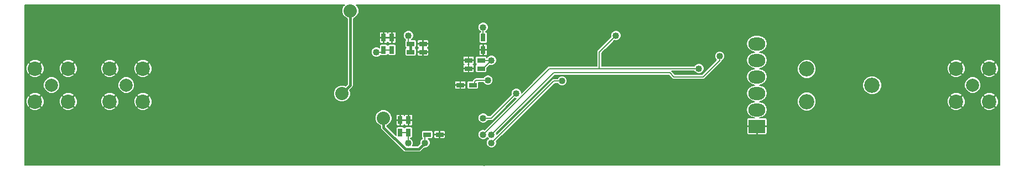
<source format=gbr>
G04 #@! TF.FileFunction,Copper,L2,Bot,Signal*
%FSLAX46Y46*%
G04 Gerber Fmt 4.6, Leading zero omitted, Abs format (unit mm)*
G04 Created by KiCad (PCBNEW 4.0.7) date 01/20/18 15:01:13*
%MOMM*%
%LPD*%
G01*
G04 APERTURE LIST*
%ADD10C,0.100000*%
%ADD11R,0.750000X1.200000*%
%ADD12R,1.200000X0.750000*%
%ADD13C,2.200000*%
%ADD14C,2.000000*%
%ADD15R,2.600000X2.000000*%
%ADD16O,2.600000X2.000000*%
%ADD17C,2.340000*%
%ADD18C,1.016000*%
%ADD19C,2.032000*%
%ADD20C,0.381000*%
%ADD21C,0.203200*%
%ADD22C,0.150000*%
G04 APERTURE END LIST*
D10*
D11*
X120650000Y-42860000D03*
X120650000Y-40960000D03*
X119380000Y-42860000D03*
X119380000Y-40960000D03*
D12*
X123510000Y-43180000D03*
X125410000Y-43180000D03*
X123510000Y-41910000D03*
X125410000Y-41910000D03*
X134300000Y-45720000D03*
X132400000Y-45720000D03*
X134300000Y-44450000D03*
X132400000Y-44450000D03*
D11*
X121920000Y-55560000D03*
X121920000Y-53660000D03*
X123190000Y-55560000D03*
X123190000Y-53660000D03*
X134620000Y-40960000D03*
X134620000Y-42860000D03*
D12*
X126050000Y-55880000D03*
X127950000Y-55880000D03*
X133030000Y-48260000D03*
X131130000Y-48260000D03*
D13*
X66040000Y-45720000D03*
X66040000Y-50800000D03*
X71120000Y-50800000D03*
X71120000Y-45720000D03*
D14*
X68580000Y-48260000D03*
D15*
X176530000Y-54610000D03*
D16*
X176530000Y-52070000D03*
X176530000Y-49530000D03*
X176530000Y-46990000D03*
X176530000Y-44450000D03*
X176530000Y-41910000D03*
D13*
X77470000Y-50800000D03*
X77470000Y-45720000D03*
X82550000Y-45720000D03*
X82550000Y-50800000D03*
D14*
X80010000Y-48260000D03*
D13*
X207010000Y-50800000D03*
X207010000Y-45720000D03*
X212090000Y-45720000D03*
X212090000Y-50800000D03*
D14*
X209550000Y-48260000D03*
D17*
X184150000Y-45800000D03*
X194150000Y-48300000D03*
X184150000Y-50800000D03*
D18*
X118273790Y-43193523D03*
X123190000Y-40640000D03*
X135890000Y-44450000D03*
X123140000Y-57200000D03*
X148590000Y-49530000D03*
X135890000Y-50800000D03*
D19*
X110490000Y-45669190D03*
X160020000Y-55880000D03*
D18*
X120640000Y-39360000D03*
D19*
X146050000Y-38100000D03*
X111760000Y-41910000D03*
D18*
X134782976Y-60207290D03*
X143510000Y-58420000D03*
X125730000Y-40640000D03*
X135890000Y-43180000D03*
X129540000Y-57150000D03*
D19*
X96520000Y-58420000D03*
X152400000Y-49580810D03*
X166370000Y-40640000D03*
X162560000Y-48260000D03*
X107950000Y-52070000D03*
X102870000Y-41910000D03*
X91440000Y-38100000D03*
X80010000Y-39370000D03*
X119380000Y-53340000D03*
X114300000Y-36830000D03*
X113030000Y-49580800D03*
D18*
X135370000Y-47510000D03*
X134620000Y-39370000D03*
X125730000Y-57150000D03*
X146685000Y-47625000D03*
X135890000Y-57150000D03*
X154940000Y-40640000D03*
X167640000Y-45720000D03*
X134620000Y-55880000D03*
X135890000Y-55880000D03*
X170815000Y-43815000D03*
X134620000Y-53340000D03*
X139700000Y-49530000D03*
D20*
X123510000Y-41910000D02*
X123510000Y-43180000D01*
D21*
X120650000Y-42860000D02*
X119380000Y-42860000D01*
X121920000Y-55560000D02*
X123190000Y-55560000D01*
X134300000Y-45720000D02*
X134620000Y-45720000D01*
X134620000Y-45720000D02*
X135382001Y-44957999D01*
X135382001Y-44957999D02*
X135890000Y-44450000D01*
X118273790Y-43193523D02*
X119046477Y-43193523D01*
X119046477Y-43193523D02*
X119380000Y-42860000D01*
X123190000Y-40640000D02*
X123190000Y-41910000D01*
X135890000Y-44450000D02*
X134300000Y-44450000D01*
X123140000Y-57200000D02*
X123140000Y-55610000D01*
X123140000Y-55610000D02*
X123190000Y-55560000D01*
D20*
X119380000Y-53340000D02*
X119380000Y-54776840D01*
X119380000Y-54776840D02*
X122704861Y-58101701D01*
X122704861Y-58101701D02*
X124778299Y-58101701D01*
X124778299Y-58101701D02*
X125222001Y-57657999D01*
X125222001Y-57657999D02*
X125730000Y-57150000D01*
X113030000Y-49580800D02*
X114300000Y-48310800D01*
X114300000Y-48310800D02*
X114300000Y-36830000D01*
D21*
X133350000Y-47940000D02*
X133350000Y-47715000D01*
X133350000Y-47715000D02*
X133555000Y-47510000D01*
X133555000Y-47510000D02*
X134651580Y-47510000D01*
X134651580Y-47510000D02*
X135370000Y-47510000D01*
X134620000Y-39370000D02*
X134620000Y-40960000D01*
X125730000Y-57150000D02*
X125730000Y-55880000D01*
X146685000Y-47625000D02*
X145415000Y-47625000D01*
X135890000Y-57150000D02*
X145415000Y-47625000D01*
X154940000Y-40640000D02*
X152400000Y-43180000D01*
X152400000Y-43180000D02*
X152400000Y-45720000D01*
X167640000Y-45720000D02*
X152400000Y-45720000D01*
X152400000Y-45720000D02*
X144780000Y-45720000D01*
X144780000Y-45720000D02*
X134620000Y-55880000D01*
X170815000Y-44450000D02*
X168275000Y-46990000D01*
X168275000Y-46990000D02*
X163830000Y-46990000D01*
X163830000Y-46990000D02*
X163195000Y-46355000D01*
X163195000Y-46355000D02*
X145415000Y-46355000D01*
X145415000Y-46355000D02*
X135890000Y-55880000D01*
X170815000Y-43815000D02*
X170815000Y-44450000D01*
X135890000Y-53340000D02*
X134620000Y-53340000D01*
X139700000Y-49530000D02*
X135890000Y-53340000D01*
D22*
G36*
X113203470Y-36095937D02*
X113006025Y-36571438D01*
X113005576Y-37086303D01*
X113202191Y-37562148D01*
X113565937Y-37926530D01*
X113831300Y-38036718D01*
X113831300Y-48116658D01*
X113551819Y-48396139D01*
X113288562Y-48286825D01*
X112773697Y-48286376D01*
X112297852Y-48482991D01*
X111933470Y-48846737D01*
X111736025Y-49322238D01*
X111735576Y-49837103D01*
X111932191Y-50312948D01*
X112295937Y-50677330D01*
X112771438Y-50874775D01*
X113286303Y-50875224D01*
X113762148Y-50678609D01*
X114126530Y-50314863D01*
X114323975Y-49839362D01*
X114324424Y-49324497D01*
X114214699Y-49058943D01*
X114631421Y-48642221D01*
X114716183Y-48515365D01*
X114733022Y-48490164D01*
X114760156Y-48353750D01*
X130255000Y-48353750D01*
X130255000Y-48689701D01*
X130296866Y-48790775D01*
X130374225Y-48868134D01*
X130475299Y-48910000D01*
X131036250Y-48910000D01*
X131105000Y-48841250D01*
X131105000Y-48285000D01*
X131155000Y-48285000D01*
X131155000Y-48841250D01*
X131223750Y-48910000D01*
X131784701Y-48910000D01*
X131885775Y-48868134D01*
X131963134Y-48790775D01*
X132005000Y-48689701D01*
X132005000Y-48353750D01*
X131936250Y-48285000D01*
X131155000Y-48285000D01*
X131105000Y-48285000D01*
X130323750Y-48285000D01*
X130255000Y-48353750D01*
X114760156Y-48353750D01*
X114768700Y-48310800D01*
X114768700Y-47830299D01*
X130255000Y-47830299D01*
X130255000Y-48166250D01*
X130323750Y-48235000D01*
X131105000Y-48235000D01*
X131105000Y-47678750D01*
X131155000Y-47678750D01*
X131155000Y-48235000D01*
X131936250Y-48235000D01*
X132005000Y-48166250D01*
X132005000Y-47885000D01*
X132146350Y-47885000D01*
X132146350Y-48635000D01*
X132165749Y-48738095D01*
X132226677Y-48832781D01*
X132319644Y-48896302D01*
X132430000Y-48918650D01*
X133630000Y-48918650D01*
X133733095Y-48899251D01*
X133827781Y-48838323D01*
X133891302Y-48745356D01*
X133913650Y-48635000D01*
X133913650Y-47889800D01*
X134676260Y-47889800D01*
X134703103Y-47954765D01*
X134924072Y-48176120D01*
X135212929Y-48296064D01*
X135525699Y-48296337D01*
X135814765Y-48176897D01*
X136036120Y-47955928D01*
X136156064Y-47667071D01*
X136156337Y-47354301D01*
X136036897Y-47065235D01*
X135815928Y-46843880D01*
X135527071Y-46723936D01*
X135214301Y-46723663D01*
X134925235Y-46843103D01*
X134703880Y-47064072D01*
X134676421Y-47130200D01*
X133555000Y-47130200D01*
X133409657Y-47159111D01*
X133286441Y-47241441D01*
X133081441Y-47446441D01*
X132999111Y-47569657D01*
X132992807Y-47601350D01*
X132430000Y-47601350D01*
X132326905Y-47620749D01*
X132232219Y-47681677D01*
X132168698Y-47774644D01*
X132146350Y-47885000D01*
X132005000Y-47885000D01*
X132005000Y-47830299D01*
X131963134Y-47729225D01*
X131885775Y-47651866D01*
X131784701Y-47610000D01*
X131223750Y-47610000D01*
X131155000Y-47678750D01*
X131105000Y-47678750D01*
X131036250Y-47610000D01*
X130475299Y-47610000D01*
X130374225Y-47651866D01*
X130296866Y-47729225D01*
X130255000Y-47830299D01*
X114768700Y-47830299D01*
X114768700Y-45813750D01*
X131525000Y-45813750D01*
X131525000Y-46149701D01*
X131566866Y-46250775D01*
X131644225Y-46328134D01*
X131745299Y-46370000D01*
X132306250Y-46370000D01*
X132375000Y-46301250D01*
X132375000Y-45745000D01*
X132425000Y-45745000D01*
X132425000Y-46301250D01*
X132493750Y-46370000D01*
X133054701Y-46370000D01*
X133155775Y-46328134D01*
X133233134Y-46250775D01*
X133275000Y-46149701D01*
X133275000Y-45813750D01*
X133206250Y-45745000D01*
X132425000Y-45745000D01*
X132375000Y-45745000D01*
X131593750Y-45745000D01*
X131525000Y-45813750D01*
X114768700Y-45813750D01*
X114768700Y-44543750D01*
X131525000Y-44543750D01*
X131525000Y-44879701D01*
X131566866Y-44980775D01*
X131644225Y-45058134D01*
X131709086Y-45085000D01*
X131644225Y-45111866D01*
X131566866Y-45189225D01*
X131525000Y-45290299D01*
X131525000Y-45626250D01*
X131593750Y-45695000D01*
X132375000Y-45695000D01*
X132375000Y-45138750D01*
X132321250Y-45085000D01*
X132375000Y-45031250D01*
X132375000Y-44475000D01*
X132425000Y-44475000D01*
X132425000Y-45031250D01*
X132478750Y-45085000D01*
X132425000Y-45138750D01*
X132425000Y-45695000D01*
X133206250Y-45695000D01*
X133275000Y-45626250D01*
X133275000Y-45290299D01*
X133233134Y-45189225D01*
X133155775Y-45111866D01*
X133090914Y-45085000D01*
X133155775Y-45058134D01*
X133233134Y-44980775D01*
X133275000Y-44879701D01*
X133275000Y-44543750D01*
X133206250Y-44475000D01*
X132425000Y-44475000D01*
X132375000Y-44475000D01*
X131593750Y-44475000D01*
X131525000Y-44543750D01*
X114768700Y-44543750D01*
X114768700Y-44020299D01*
X131525000Y-44020299D01*
X131525000Y-44356250D01*
X131593750Y-44425000D01*
X132375000Y-44425000D01*
X132375000Y-43868750D01*
X132425000Y-43868750D01*
X132425000Y-44425000D01*
X133206250Y-44425000D01*
X133275000Y-44356250D01*
X133275000Y-44075000D01*
X133416350Y-44075000D01*
X133416350Y-44825000D01*
X133435749Y-44928095D01*
X133496677Y-45022781D01*
X133588980Y-45085848D01*
X133502219Y-45141677D01*
X133438698Y-45234644D01*
X133416350Y-45345000D01*
X133416350Y-46095000D01*
X133435749Y-46198095D01*
X133496677Y-46292781D01*
X133589644Y-46356302D01*
X133700000Y-46378650D01*
X134900000Y-46378650D01*
X135003095Y-46359251D01*
X135097781Y-46298323D01*
X135161302Y-46205356D01*
X135183650Y-46095000D01*
X135183650Y-45693468D01*
X135668011Y-45209107D01*
X135732929Y-45236064D01*
X136045699Y-45236337D01*
X136334765Y-45116897D01*
X136556120Y-44895928D01*
X136676064Y-44607071D01*
X136676337Y-44294301D01*
X136556897Y-44005235D01*
X136335928Y-43783880D01*
X136047071Y-43663936D01*
X135734301Y-43663663D01*
X135445235Y-43783103D01*
X135223880Y-44004072D01*
X135196421Y-44070200D01*
X135182747Y-44070200D01*
X135164251Y-43971905D01*
X135103323Y-43877219D01*
X135010356Y-43813698D01*
X134900000Y-43791350D01*
X133700000Y-43791350D01*
X133596905Y-43810749D01*
X133502219Y-43871677D01*
X133438698Y-43964644D01*
X133416350Y-44075000D01*
X133275000Y-44075000D01*
X133275000Y-44020299D01*
X133233134Y-43919225D01*
X133155775Y-43841866D01*
X133054701Y-43800000D01*
X132493750Y-43800000D01*
X132425000Y-43868750D01*
X132375000Y-43868750D01*
X132306250Y-43800000D01*
X131745299Y-43800000D01*
X131644225Y-43841866D01*
X131566866Y-43919225D01*
X131525000Y-44020299D01*
X114768700Y-44020299D01*
X114768700Y-43349222D01*
X117487453Y-43349222D01*
X117606893Y-43638288D01*
X117827862Y-43859643D01*
X118116719Y-43979587D01*
X118429489Y-43979860D01*
X118718555Y-43860420D01*
X118872840Y-43706404D01*
X118894644Y-43721302D01*
X119005000Y-43743650D01*
X119755000Y-43743650D01*
X119858095Y-43724251D01*
X119952781Y-43663323D01*
X120015848Y-43571020D01*
X120071677Y-43657781D01*
X120164644Y-43721302D01*
X120275000Y-43743650D01*
X121025000Y-43743650D01*
X121128095Y-43724251D01*
X121222781Y-43663323D01*
X121286302Y-43570356D01*
X121308650Y-43460000D01*
X121308650Y-42260000D01*
X121289251Y-42156905D01*
X121228323Y-42062219D01*
X121135356Y-41998698D01*
X121025000Y-41976350D01*
X120275000Y-41976350D01*
X120171905Y-41995749D01*
X120077219Y-42056677D01*
X120014152Y-42148980D01*
X119958323Y-42062219D01*
X119865356Y-41998698D01*
X119755000Y-41976350D01*
X119005000Y-41976350D01*
X118901905Y-41995749D01*
X118807219Y-42056677D01*
X118743698Y-42149644D01*
X118721350Y-42260000D01*
X118721350Y-42529038D01*
X118719718Y-42527403D01*
X118430861Y-42407459D01*
X118118091Y-42407186D01*
X117829025Y-42526626D01*
X117607670Y-42747595D01*
X117487726Y-43036452D01*
X117487453Y-43349222D01*
X114768700Y-43349222D01*
X114768700Y-41053750D01*
X118730000Y-41053750D01*
X118730000Y-41614701D01*
X118771866Y-41715775D01*
X118849225Y-41793134D01*
X118950299Y-41835000D01*
X119286250Y-41835000D01*
X119355000Y-41766250D01*
X119355000Y-40985000D01*
X119405000Y-40985000D01*
X119405000Y-41766250D01*
X119473750Y-41835000D01*
X119809701Y-41835000D01*
X119910775Y-41793134D01*
X119988134Y-41715775D01*
X120015000Y-41650914D01*
X120041866Y-41715775D01*
X120119225Y-41793134D01*
X120220299Y-41835000D01*
X120556250Y-41835000D01*
X120625000Y-41766250D01*
X120625000Y-40985000D01*
X120675000Y-40985000D01*
X120675000Y-41766250D01*
X120743750Y-41835000D01*
X121079701Y-41835000D01*
X121180775Y-41793134D01*
X121258134Y-41715775D01*
X121300000Y-41614701D01*
X121300000Y-41053750D01*
X121231250Y-40985000D01*
X120675000Y-40985000D01*
X120625000Y-40985000D01*
X120068750Y-40985000D01*
X120015000Y-41038750D01*
X119961250Y-40985000D01*
X119405000Y-40985000D01*
X119355000Y-40985000D01*
X118798750Y-40985000D01*
X118730000Y-41053750D01*
X114768700Y-41053750D01*
X114768700Y-40305299D01*
X118730000Y-40305299D01*
X118730000Y-40866250D01*
X118798750Y-40935000D01*
X119355000Y-40935000D01*
X119355000Y-40153750D01*
X119405000Y-40153750D01*
X119405000Y-40935000D01*
X119961250Y-40935000D01*
X120015000Y-40881250D01*
X120068750Y-40935000D01*
X120625000Y-40935000D01*
X120625000Y-40153750D01*
X120675000Y-40153750D01*
X120675000Y-40935000D01*
X121231250Y-40935000D01*
X121300000Y-40866250D01*
X121300000Y-40795699D01*
X122403663Y-40795699D01*
X122523103Y-41084765D01*
X122744072Y-41306120D01*
X122748852Y-41308105D01*
X122712219Y-41331677D01*
X122648698Y-41424644D01*
X122626350Y-41535000D01*
X122626350Y-42285000D01*
X122645749Y-42388095D01*
X122706677Y-42482781D01*
X122798980Y-42545848D01*
X122712219Y-42601677D01*
X122648698Y-42694644D01*
X122626350Y-42805000D01*
X122626350Y-43555000D01*
X122645749Y-43658095D01*
X122706677Y-43752781D01*
X122799644Y-43816302D01*
X122910000Y-43838650D01*
X124110000Y-43838650D01*
X124213095Y-43819251D01*
X124307781Y-43758323D01*
X124371302Y-43665356D01*
X124393650Y-43555000D01*
X124393650Y-43273750D01*
X124535000Y-43273750D01*
X124535000Y-43609701D01*
X124576866Y-43710775D01*
X124654225Y-43788134D01*
X124755299Y-43830000D01*
X125316250Y-43830000D01*
X125385000Y-43761250D01*
X125385000Y-43205000D01*
X125435000Y-43205000D01*
X125435000Y-43761250D01*
X125503750Y-43830000D01*
X126064701Y-43830000D01*
X126165775Y-43788134D01*
X126243134Y-43710775D01*
X126285000Y-43609701D01*
X126285000Y-43273750D01*
X126216250Y-43205000D01*
X125435000Y-43205000D01*
X125385000Y-43205000D01*
X124603750Y-43205000D01*
X124535000Y-43273750D01*
X124393650Y-43273750D01*
X124393650Y-42805000D01*
X124374251Y-42701905D01*
X124313323Y-42607219D01*
X124221020Y-42544152D01*
X124307781Y-42488323D01*
X124371302Y-42395356D01*
X124393650Y-42285000D01*
X124393650Y-42003750D01*
X124535000Y-42003750D01*
X124535000Y-42339701D01*
X124576866Y-42440775D01*
X124654225Y-42518134D01*
X124719086Y-42545000D01*
X124654225Y-42571866D01*
X124576866Y-42649225D01*
X124535000Y-42750299D01*
X124535000Y-43086250D01*
X124603750Y-43155000D01*
X125385000Y-43155000D01*
X125385000Y-42598750D01*
X125331250Y-42545000D01*
X125385000Y-42491250D01*
X125385000Y-41935000D01*
X125435000Y-41935000D01*
X125435000Y-42491250D01*
X125488750Y-42545000D01*
X125435000Y-42598750D01*
X125435000Y-43155000D01*
X126216250Y-43155000D01*
X126285000Y-43086250D01*
X126285000Y-42953750D01*
X133970000Y-42953750D01*
X133970000Y-43514701D01*
X134011866Y-43615775D01*
X134089225Y-43693134D01*
X134190299Y-43735000D01*
X134526250Y-43735000D01*
X134595000Y-43666250D01*
X134595000Y-42885000D01*
X134645000Y-42885000D01*
X134645000Y-43666250D01*
X134713750Y-43735000D01*
X135049701Y-43735000D01*
X135150775Y-43693134D01*
X135228134Y-43615775D01*
X135270000Y-43514701D01*
X135270000Y-42953750D01*
X135201250Y-42885000D01*
X134645000Y-42885000D01*
X134595000Y-42885000D01*
X134038750Y-42885000D01*
X133970000Y-42953750D01*
X126285000Y-42953750D01*
X126285000Y-42750299D01*
X126243134Y-42649225D01*
X126165775Y-42571866D01*
X126100914Y-42545000D01*
X126165775Y-42518134D01*
X126243134Y-42440775D01*
X126285000Y-42339701D01*
X126285000Y-42205299D01*
X133970000Y-42205299D01*
X133970000Y-42766250D01*
X134038750Y-42835000D01*
X134595000Y-42835000D01*
X134595000Y-42053750D01*
X134645000Y-42053750D01*
X134645000Y-42835000D01*
X135201250Y-42835000D01*
X135270000Y-42766250D01*
X135270000Y-42205299D01*
X135228134Y-42104225D01*
X135150775Y-42026866D01*
X135049701Y-41985000D01*
X134713750Y-41985000D01*
X134645000Y-42053750D01*
X134595000Y-42053750D01*
X134526250Y-41985000D01*
X134190299Y-41985000D01*
X134089225Y-42026866D01*
X134011866Y-42104225D01*
X133970000Y-42205299D01*
X126285000Y-42205299D01*
X126285000Y-42003750D01*
X126216250Y-41935000D01*
X125435000Y-41935000D01*
X125385000Y-41935000D01*
X124603750Y-41935000D01*
X124535000Y-42003750D01*
X124393650Y-42003750D01*
X124393650Y-41535000D01*
X124383358Y-41480299D01*
X124535000Y-41480299D01*
X124535000Y-41816250D01*
X124603750Y-41885000D01*
X125385000Y-41885000D01*
X125385000Y-41328750D01*
X125435000Y-41328750D01*
X125435000Y-41885000D01*
X126216250Y-41885000D01*
X126285000Y-41816250D01*
X126285000Y-41480299D01*
X126243134Y-41379225D01*
X126165775Y-41301866D01*
X126064701Y-41260000D01*
X125503750Y-41260000D01*
X125435000Y-41328750D01*
X125385000Y-41328750D01*
X125316250Y-41260000D01*
X124755299Y-41260000D01*
X124654225Y-41301866D01*
X124576866Y-41379225D01*
X124535000Y-41480299D01*
X124383358Y-41480299D01*
X124374251Y-41431905D01*
X124313323Y-41337219D01*
X124220356Y-41273698D01*
X124110000Y-41251350D01*
X123690409Y-41251350D01*
X123856120Y-41085928D01*
X123976064Y-40797071D01*
X123976337Y-40484301D01*
X123856897Y-40195235D01*
X123635928Y-39973880D01*
X123347071Y-39853936D01*
X123034301Y-39853663D01*
X122745235Y-39973103D01*
X122523880Y-40194072D01*
X122403936Y-40482929D01*
X122403663Y-40795699D01*
X121300000Y-40795699D01*
X121300000Y-40305299D01*
X121258134Y-40204225D01*
X121180775Y-40126866D01*
X121079701Y-40085000D01*
X120743750Y-40085000D01*
X120675000Y-40153750D01*
X120625000Y-40153750D01*
X120556250Y-40085000D01*
X120220299Y-40085000D01*
X120119225Y-40126866D01*
X120041866Y-40204225D01*
X120015000Y-40269086D01*
X119988134Y-40204225D01*
X119910775Y-40126866D01*
X119809701Y-40085000D01*
X119473750Y-40085000D01*
X119405000Y-40153750D01*
X119355000Y-40153750D01*
X119286250Y-40085000D01*
X118950299Y-40085000D01*
X118849225Y-40126866D01*
X118771866Y-40204225D01*
X118730000Y-40305299D01*
X114768700Y-40305299D01*
X114768700Y-39525699D01*
X133833663Y-39525699D01*
X133953103Y-39814765D01*
X134174072Y-40036120D01*
X134240200Y-40063579D01*
X134240200Y-40077253D01*
X134141905Y-40095749D01*
X134047219Y-40156677D01*
X133983698Y-40249644D01*
X133961350Y-40360000D01*
X133961350Y-41560000D01*
X133980749Y-41663095D01*
X134041677Y-41757781D01*
X134134644Y-41821302D01*
X134245000Y-41843650D01*
X134995000Y-41843650D01*
X135098095Y-41824251D01*
X135192781Y-41763323D01*
X135256302Y-41670356D01*
X135278650Y-41560000D01*
X135278650Y-40360000D01*
X135259251Y-40256905D01*
X135198323Y-40162219D01*
X135105356Y-40098698D01*
X134999800Y-40077322D01*
X134999800Y-40063740D01*
X135064765Y-40036897D01*
X135286120Y-39815928D01*
X135406064Y-39527071D01*
X135406337Y-39214301D01*
X135286897Y-38925235D01*
X135065928Y-38703880D01*
X134777071Y-38583936D01*
X134464301Y-38583663D01*
X134175235Y-38703103D01*
X133953880Y-38924072D01*
X133833936Y-39212929D01*
X133833663Y-39525699D01*
X114768700Y-39525699D01*
X114768700Y-38036663D01*
X115032148Y-37927809D01*
X115396530Y-37564063D01*
X115593975Y-37088562D01*
X115594424Y-36573697D01*
X115397809Y-36097852D01*
X115210285Y-35910000D01*
X213645000Y-35910000D01*
X213645000Y-60610000D01*
X64485000Y-60610000D01*
X64485000Y-53596303D01*
X118085576Y-53596303D01*
X118282191Y-54072148D01*
X118645937Y-54436530D01*
X118911300Y-54546718D01*
X118911300Y-54776840D01*
X118946978Y-54956204D01*
X119038825Y-55093663D01*
X119048579Y-55108261D01*
X122373440Y-58433122D01*
X122525498Y-58534724D01*
X122704861Y-58570401D01*
X124778299Y-58570401D01*
X124957663Y-58534723D01*
X125109720Y-58433122D01*
X125606748Y-57936094D01*
X125885699Y-57936337D01*
X126174765Y-57816897D01*
X126396120Y-57595928D01*
X126516064Y-57307071D01*
X126516337Y-56994301D01*
X126396897Y-56705235D01*
X126230602Y-56538650D01*
X126650000Y-56538650D01*
X126753095Y-56519251D01*
X126847781Y-56458323D01*
X126911302Y-56365356D01*
X126933650Y-56255000D01*
X126933650Y-55973750D01*
X127075000Y-55973750D01*
X127075000Y-56309701D01*
X127116866Y-56410775D01*
X127194225Y-56488134D01*
X127295299Y-56530000D01*
X127856250Y-56530000D01*
X127925000Y-56461250D01*
X127925000Y-55905000D01*
X127975000Y-55905000D01*
X127975000Y-56461250D01*
X128043750Y-56530000D01*
X128604701Y-56530000D01*
X128705775Y-56488134D01*
X128783134Y-56410775D01*
X128825000Y-56309701D01*
X128825000Y-55973750D01*
X128756250Y-55905000D01*
X127975000Y-55905000D01*
X127925000Y-55905000D01*
X127143750Y-55905000D01*
X127075000Y-55973750D01*
X126933650Y-55973750D01*
X126933650Y-55505000D01*
X126923358Y-55450299D01*
X127075000Y-55450299D01*
X127075000Y-55786250D01*
X127143750Y-55855000D01*
X127925000Y-55855000D01*
X127925000Y-55298750D01*
X127975000Y-55298750D01*
X127975000Y-55855000D01*
X128756250Y-55855000D01*
X128825000Y-55786250D01*
X128825000Y-55450299D01*
X128783134Y-55349225D01*
X128705775Y-55271866D01*
X128604701Y-55230000D01*
X128043750Y-55230000D01*
X127975000Y-55298750D01*
X127925000Y-55298750D01*
X127856250Y-55230000D01*
X127295299Y-55230000D01*
X127194225Y-55271866D01*
X127116866Y-55349225D01*
X127075000Y-55450299D01*
X126923358Y-55450299D01*
X126914251Y-55401905D01*
X126853323Y-55307219D01*
X126760356Y-55243698D01*
X126650000Y-55221350D01*
X125450000Y-55221350D01*
X125346905Y-55240749D01*
X125252219Y-55301677D01*
X125188698Y-55394644D01*
X125166350Y-55505000D01*
X125166350Y-56255000D01*
X125185749Y-56358095D01*
X125246677Y-56452781D01*
X125288862Y-56481604D01*
X125285235Y-56483103D01*
X125063880Y-56704072D01*
X124943936Y-56992929D01*
X124943691Y-57273467D01*
X124584157Y-57633001D01*
X123811488Y-57633001D01*
X123926064Y-57357071D01*
X123926337Y-57044301D01*
X123806897Y-56755235D01*
X123585928Y-56533880D01*
X123519800Y-56506421D01*
X123519800Y-56443650D01*
X123565000Y-56443650D01*
X123668095Y-56424251D01*
X123762781Y-56363323D01*
X123826302Y-56270356D01*
X123848650Y-56160000D01*
X123848650Y-54960000D01*
X123829251Y-54856905D01*
X123768323Y-54762219D01*
X123675356Y-54698698D01*
X123565000Y-54676350D01*
X122815000Y-54676350D01*
X122711905Y-54695749D01*
X122617219Y-54756677D01*
X122554152Y-54848980D01*
X122498323Y-54762219D01*
X122405356Y-54698698D01*
X122295000Y-54676350D01*
X121545000Y-54676350D01*
X121441905Y-54695749D01*
X121347219Y-54756677D01*
X121283698Y-54849644D01*
X121261350Y-54960000D01*
X121261350Y-55995348D01*
X119848700Y-54582698D01*
X119848700Y-54546663D01*
X120112148Y-54437809D01*
X120476530Y-54074063D01*
X120609535Y-53753750D01*
X121270000Y-53753750D01*
X121270000Y-54314701D01*
X121311866Y-54415775D01*
X121389225Y-54493134D01*
X121490299Y-54535000D01*
X121826250Y-54535000D01*
X121895000Y-54466250D01*
X121895000Y-53685000D01*
X121945000Y-53685000D01*
X121945000Y-54466250D01*
X122013750Y-54535000D01*
X122349701Y-54535000D01*
X122450775Y-54493134D01*
X122528134Y-54415775D01*
X122555000Y-54350914D01*
X122581866Y-54415775D01*
X122659225Y-54493134D01*
X122760299Y-54535000D01*
X123096250Y-54535000D01*
X123165000Y-54466250D01*
X123165000Y-53685000D01*
X123215000Y-53685000D01*
X123215000Y-54466250D01*
X123283750Y-54535000D01*
X123619701Y-54535000D01*
X123720775Y-54493134D01*
X123798134Y-54415775D01*
X123840000Y-54314701D01*
X123840000Y-53753750D01*
X123771250Y-53685000D01*
X123215000Y-53685000D01*
X123165000Y-53685000D01*
X122608750Y-53685000D01*
X122555000Y-53738750D01*
X122501250Y-53685000D01*
X121945000Y-53685000D01*
X121895000Y-53685000D01*
X121338750Y-53685000D01*
X121270000Y-53753750D01*
X120609535Y-53753750D01*
X120673975Y-53598562D01*
X120674424Y-53083697D01*
X120642031Y-53005299D01*
X121270000Y-53005299D01*
X121270000Y-53566250D01*
X121338750Y-53635000D01*
X121895000Y-53635000D01*
X121895000Y-52853750D01*
X121945000Y-52853750D01*
X121945000Y-53635000D01*
X122501250Y-53635000D01*
X122555000Y-53581250D01*
X122608750Y-53635000D01*
X123165000Y-53635000D01*
X123165000Y-52853750D01*
X123215000Y-52853750D01*
X123215000Y-53635000D01*
X123771250Y-53635000D01*
X123840000Y-53566250D01*
X123840000Y-53495699D01*
X133833663Y-53495699D01*
X133953103Y-53784765D01*
X134174072Y-54006120D01*
X134462929Y-54126064D01*
X134775699Y-54126337D01*
X135064765Y-54006897D01*
X135286120Y-53785928D01*
X135313579Y-53719800D01*
X135890000Y-53719800D01*
X136035343Y-53690889D01*
X136158559Y-53608559D01*
X139478011Y-50289107D01*
X139542929Y-50316064D01*
X139646727Y-50316155D01*
X134841989Y-55120893D01*
X134777071Y-55093936D01*
X134464301Y-55093663D01*
X134175235Y-55213103D01*
X133953880Y-55434072D01*
X133833936Y-55722929D01*
X133833663Y-56035699D01*
X133953103Y-56324765D01*
X134174072Y-56546120D01*
X134462929Y-56666064D01*
X134775699Y-56666337D01*
X135064765Y-56546897D01*
X135255138Y-56356856D01*
X135413144Y-56515138D01*
X135223880Y-56704072D01*
X135103936Y-56992929D01*
X135103663Y-57305699D01*
X135223103Y-57594765D01*
X135444072Y-57816120D01*
X135732929Y-57936064D01*
X136045699Y-57936337D01*
X136334765Y-57816897D01*
X136556120Y-57595928D01*
X136676064Y-57307071D01*
X136676337Y-56994301D01*
X136648993Y-56928125D01*
X138873368Y-54703750D01*
X174955000Y-54703750D01*
X174955000Y-55664701D01*
X174996866Y-55765775D01*
X175074225Y-55843134D01*
X175175299Y-55885000D01*
X176436250Y-55885000D01*
X176505000Y-55816250D01*
X176505000Y-54635000D01*
X176555000Y-54635000D01*
X176555000Y-55816250D01*
X176623750Y-55885000D01*
X177884701Y-55885000D01*
X177985775Y-55843134D01*
X178063134Y-55765775D01*
X178105000Y-55664701D01*
X178105000Y-54703750D01*
X178036250Y-54635000D01*
X176555000Y-54635000D01*
X176505000Y-54635000D01*
X175023750Y-54635000D01*
X174955000Y-54703750D01*
X138873368Y-54703750D01*
X145572318Y-48004800D01*
X145991260Y-48004800D01*
X146018103Y-48069765D01*
X146239072Y-48291120D01*
X146527929Y-48411064D01*
X146840699Y-48411337D01*
X147129765Y-48291897D01*
X147351120Y-48070928D01*
X147471064Y-47782071D01*
X147471337Y-47469301D01*
X147351897Y-47180235D01*
X147130928Y-46958880D01*
X146842071Y-46838936D01*
X146529301Y-46838663D01*
X146240235Y-46958103D01*
X146018880Y-47179072D01*
X145991421Y-47245200D01*
X145415000Y-47245200D01*
X145269657Y-47274111D01*
X145146441Y-47356441D01*
X136676248Y-55826634D01*
X136676337Y-55724301D01*
X136648993Y-55658125D01*
X145572318Y-46734800D01*
X163037682Y-46734800D01*
X163561441Y-47258559D01*
X163684657Y-47340889D01*
X163830000Y-47369800D01*
X168275000Y-47369800D01*
X168420343Y-47340889D01*
X168543559Y-47258559D01*
X171083559Y-44718559D01*
X171165889Y-44595343D01*
X171170673Y-44571294D01*
X171182069Y-44514000D01*
X171259765Y-44481897D01*
X171481120Y-44260928D01*
X171601064Y-43972071D01*
X171601337Y-43659301D01*
X171481897Y-43370235D01*
X171260928Y-43148880D01*
X170972071Y-43028936D01*
X170659301Y-43028663D01*
X170370235Y-43148103D01*
X170148880Y-43369072D01*
X170028936Y-43657929D01*
X170028663Y-43970699D01*
X170148103Y-44259765D01*
X170307970Y-44419912D01*
X168117682Y-46610200D01*
X163987318Y-46610200D01*
X163476918Y-46099800D01*
X166946260Y-46099800D01*
X166973103Y-46164765D01*
X167194072Y-46386120D01*
X167482929Y-46506064D01*
X167795699Y-46506337D01*
X168084765Y-46386897D01*
X168306120Y-46165928D01*
X168426064Y-45877071D01*
X168426337Y-45564301D01*
X168306897Y-45275235D01*
X168085928Y-45053880D01*
X167797071Y-44933936D01*
X167484301Y-44933663D01*
X167195235Y-45053103D01*
X166973880Y-45274072D01*
X166946421Y-45340200D01*
X152779800Y-45340200D01*
X152779800Y-43337318D01*
X154207118Y-41910000D01*
X174920881Y-41910000D01*
X175018178Y-42399146D01*
X175295257Y-42813824D01*
X175709935Y-43090903D01*
X176157857Y-43180000D01*
X175709935Y-43269097D01*
X175295257Y-43546176D01*
X175018178Y-43960854D01*
X174920881Y-44450000D01*
X175018178Y-44939146D01*
X175295257Y-45353824D01*
X175709935Y-45630903D01*
X176157857Y-45720000D01*
X175709935Y-45809097D01*
X175295257Y-46086176D01*
X175018178Y-46500854D01*
X174920881Y-46990000D01*
X175018178Y-47479146D01*
X175295257Y-47893824D01*
X175709935Y-48170903D01*
X176157857Y-48260000D01*
X175709935Y-48349097D01*
X175295257Y-48626176D01*
X175018178Y-49040854D01*
X174920881Y-49530000D01*
X175018178Y-50019146D01*
X175295257Y-50433824D01*
X175709935Y-50710903D01*
X176157857Y-50800000D01*
X175709935Y-50889097D01*
X175295257Y-51166176D01*
X175018178Y-51580854D01*
X174920881Y-52070000D01*
X175018178Y-52559146D01*
X175295257Y-52973824D01*
X175709935Y-53250903D01*
X176132720Y-53335000D01*
X175175299Y-53335000D01*
X175074225Y-53376866D01*
X174996866Y-53454225D01*
X174955000Y-53555299D01*
X174955000Y-54516250D01*
X175023750Y-54585000D01*
X176505000Y-54585000D01*
X176505000Y-54565000D01*
X176555000Y-54565000D01*
X176555000Y-54585000D01*
X178036250Y-54585000D01*
X178105000Y-54516250D01*
X178105000Y-53555299D01*
X178063134Y-53454225D01*
X177985775Y-53376866D01*
X177884701Y-53335000D01*
X176927280Y-53335000D01*
X177350065Y-53250903D01*
X177764743Y-52973824D01*
X178041822Y-52559146D01*
X178139119Y-52070000D01*
X178041822Y-51580854D01*
X177764743Y-51166176D01*
X177645950Y-51086801D01*
X182701549Y-51086801D01*
X182921560Y-51619268D01*
X183328589Y-52027008D01*
X183860671Y-52247948D01*
X184436801Y-52248451D01*
X184969268Y-52028440D01*
X185237958Y-51760218D01*
X206085137Y-51760218D01*
X206206318Y-51948706D01*
X206707085Y-52168822D01*
X207253969Y-52180547D01*
X207763710Y-51982097D01*
X207813682Y-51948706D01*
X207934863Y-51760218D01*
X211165137Y-51760218D01*
X211286318Y-51948706D01*
X211787085Y-52168822D01*
X212333969Y-52180547D01*
X212843710Y-51982097D01*
X212893682Y-51948706D01*
X213014863Y-51760218D01*
X212090000Y-50835355D01*
X211165137Y-51760218D01*
X207934863Y-51760218D01*
X207010000Y-50835355D01*
X206085137Y-51760218D01*
X185237958Y-51760218D01*
X185377008Y-51621411D01*
X185597948Y-51089329D01*
X185597987Y-51043969D01*
X205629453Y-51043969D01*
X205827903Y-51553710D01*
X205861294Y-51603682D01*
X206049782Y-51724863D01*
X206974645Y-50800000D01*
X207045355Y-50800000D01*
X207970218Y-51724863D01*
X208158706Y-51603682D01*
X208378822Y-51102915D01*
X208380085Y-51043969D01*
X210709453Y-51043969D01*
X210907903Y-51553710D01*
X210941294Y-51603682D01*
X211129782Y-51724863D01*
X212054645Y-50800000D01*
X212125355Y-50800000D01*
X213050218Y-51724863D01*
X213238706Y-51603682D01*
X213458822Y-51102915D01*
X213470547Y-50556031D01*
X213272097Y-50046290D01*
X213238706Y-49996318D01*
X213050218Y-49875137D01*
X212125355Y-50800000D01*
X212054645Y-50800000D01*
X211129782Y-49875137D01*
X210941294Y-49996318D01*
X210721178Y-50497085D01*
X210709453Y-51043969D01*
X208380085Y-51043969D01*
X208390547Y-50556031D01*
X208192097Y-50046290D01*
X208158706Y-49996318D01*
X207970218Y-49875137D01*
X207045355Y-50800000D01*
X206974645Y-50800000D01*
X206049782Y-49875137D01*
X205861294Y-49996318D01*
X205641178Y-50497085D01*
X205629453Y-51043969D01*
X185597987Y-51043969D01*
X185598451Y-50513199D01*
X185378440Y-49980732D01*
X185237736Y-49839782D01*
X206085137Y-49839782D01*
X207010000Y-50764645D01*
X207934863Y-49839782D01*
X211165137Y-49839782D01*
X212090000Y-50764645D01*
X213014863Y-49839782D01*
X212893682Y-49651294D01*
X212392915Y-49431178D01*
X211846031Y-49419453D01*
X211336290Y-49617903D01*
X211286318Y-49651294D01*
X211165137Y-49839782D01*
X207934863Y-49839782D01*
X207813682Y-49651294D01*
X207312915Y-49431178D01*
X206766031Y-49419453D01*
X206256290Y-49617903D01*
X206206318Y-49651294D01*
X206085137Y-49839782D01*
X185237736Y-49839782D01*
X184971411Y-49572992D01*
X184439329Y-49352052D01*
X183863199Y-49351549D01*
X183330732Y-49571560D01*
X182922992Y-49978589D01*
X182702052Y-50510671D01*
X182701549Y-51086801D01*
X177645950Y-51086801D01*
X177350065Y-50889097D01*
X176902143Y-50800000D01*
X177350065Y-50710903D01*
X177764743Y-50433824D01*
X178041822Y-50019146D01*
X178139119Y-49530000D01*
X178041822Y-49040854D01*
X177764743Y-48626176D01*
X177705815Y-48586801D01*
X192701549Y-48586801D01*
X192921560Y-49119268D01*
X193328589Y-49527008D01*
X193860671Y-49747948D01*
X194436801Y-49748451D01*
X194969268Y-49528440D01*
X195377008Y-49121411D01*
X195597948Y-48589329D01*
X195598014Y-48513134D01*
X208271579Y-48513134D01*
X208465763Y-48983096D01*
X208825013Y-49342973D01*
X209294635Y-49537977D01*
X209803134Y-49538421D01*
X210273096Y-49344237D01*
X210632973Y-48984987D01*
X210827977Y-48515365D01*
X210828421Y-48006866D01*
X210634237Y-47536904D01*
X210274987Y-47177027D01*
X209805365Y-46982023D01*
X209296866Y-46981579D01*
X208826904Y-47175763D01*
X208467027Y-47535013D01*
X208272023Y-48004635D01*
X208271579Y-48513134D01*
X195598014Y-48513134D01*
X195598451Y-48013199D01*
X195378440Y-47480732D01*
X194971411Y-47072992D01*
X194439329Y-46852052D01*
X193863199Y-46851549D01*
X193330732Y-47071560D01*
X192922992Y-47478589D01*
X192702052Y-48010671D01*
X192701549Y-48586801D01*
X177705815Y-48586801D01*
X177350065Y-48349097D01*
X176902143Y-48260000D01*
X177350065Y-48170903D01*
X177764743Y-47893824D01*
X178041822Y-47479146D01*
X178139119Y-46990000D01*
X178041822Y-46500854D01*
X177765161Y-46086801D01*
X182701549Y-46086801D01*
X182921560Y-46619268D01*
X183328589Y-47027008D01*
X183860671Y-47247948D01*
X184436801Y-47248451D01*
X184969268Y-47028440D01*
X185318098Y-46680218D01*
X206085137Y-46680218D01*
X206206318Y-46868706D01*
X206707085Y-47088822D01*
X207253969Y-47100547D01*
X207763710Y-46902097D01*
X207813682Y-46868706D01*
X207934863Y-46680218D01*
X211165137Y-46680218D01*
X211286318Y-46868706D01*
X211787085Y-47088822D01*
X212333969Y-47100547D01*
X212843710Y-46902097D01*
X212893682Y-46868706D01*
X213014863Y-46680218D01*
X212090000Y-45755355D01*
X211165137Y-46680218D01*
X207934863Y-46680218D01*
X207010000Y-45755355D01*
X206085137Y-46680218D01*
X185318098Y-46680218D01*
X185377008Y-46621411D01*
X185597948Y-46089329D01*
X185598057Y-45963969D01*
X205629453Y-45963969D01*
X205827903Y-46473710D01*
X205861294Y-46523682D01*
X206049782Y-46644863D01*
X206974645Y-45720000D01*
X207045355Y-45720000D01*
X207970218Y-46644863D01*
X208158706Y-46523682D01*
X208378822Y-46022915D01*
X208380085Y-45963969D01*
X210709453Y-45963969D01*
X210907903Y-46473710D01*
X210941294Y-46523682D01*
X211129782Y-46644863D01*
X212054645Y-45720000D01*
X212125355Y-45720000D01*
X213050218Y-46644863D01*
X213238706Y-46523682D01*
X213458822Y-46022915D01*
X213470547Y-45476031D01*
X213272097Y-44966290D01*
X213238706Y-44916318D01*
X213050218Y-44795137D01*
X212125355Y-45720000D01*
X212054645Y-45720000D01*
X211129782Y-44795137D01*
X210941294Y-44916318D01*
X210721178Y-45417085D01*
X210709453Y-45963969D01*
X208380085Y-45963969D01*
X208390547Y-45476031D01*
X208192097Y-44966290D01*
X208158706Y-44916318D01*
X207970218Y-44795137D01*
X207045355Y-45720000D01*
X206974645Y-45720000D01*
X206049782Y-44795137D01*
X205861294Y-44916318D01*
X205641178Y-45417085D01*
X205629453Y-45963969D01*
X185598057Y-45963969D01*
X185598451Y-45513199D01*
X185378440Y-44980732D01*
X185157876Y-44759782D01*
X206085137Y-44759782D01*
X207010000Y-45684645D01*
X207934863Y-44759782D01*
X211165137Y-44759782D01*
X212090000Y-45684645D01*
X213014863Y-44759782D01*
X212893682Y-44571294D01*
X212392915Y-44351178D01*
X211846031Y-44339453D01*
X211336290Y-44537903D01*
X211286318Y-44571294D01*
X211165137Y-44759782D01*
X207934863Y-44759782D01*
X207813682Y-44571294D01*
X207312915Y-44351178D01*
X206766031Y-44339453D01*
X206256290Y-44537903D01*
X206206318Y-44571294D01*
X206085137Y-44759782D01*
X185157876Y-44759782D01*
X184971411Y-44572992D01*
X184439329Y-44352052D01*
X183863199Y-44351549D01*
X183330732Y-44571560D01*
X182922992Y-44978589D01*
X182702052Y-45510671D01*
X182701549Y-46086801D01*
X177765161Y-46086801D01*
X177764743Y-46086176D01*
X177350065Y-45809097D01*
X176902143Y-45720000D01*
X177350065Y-45630903D01*
X177764743Y-45353824D01*
X178041822Y-44939146D01*
X178139119Y-44450000D01*
X178041822Y-43960854D01*
X177764743Y-43546176D01*
X177350065Y-43269097D01*
X176902143Y-43180000D01*
X177350065Y-43090903D01*
X177764743Y-42813824D01*
X178041822Y-42399146D01*
X178139119Y-41910000D01*
X178041822Y-41420854D01*
X177764743Y-41006176D01*
X177350065Y-40729097D01*
X176860919Y-40631800D01*
X176199081Y-40631800D01*
X175709935Y-40729097D01*
X175295257Y-41006176D01*
X175018178Y-41420854D01*
X174920881Y-41910000D01*
X154207118Y-41910000D01*
X154718011Y-41399107D01*
X154782929Y-41426064D01*
X155095699Y-41426337D01*
X155384765Y-41306897D01*
X155606120Y-41085928D01*
X155726064Y-40797071D01*
X155726337Y-40484301D01*
X155606897Y-40195235D01*
X155385928Y-39973880D01*
X155097071Y-39853936D01*
X154784301Y-39853663D01*
X154495235Y-39973103D01*
X154273880Y-40194072D01*
X154153936Y-40482929D01*
X154153663Y-40795699D01*
X154181007Y-40861875D01*
X152131441Y-42911441D01*
X152049111Y-43034657D01*
X152020200Y-43180000D01*
X152020200Y-45340200D01*
X144780000Y-45340200D01*
X144634657Y-45369111D01*
X144511441Y-45451441D01*
X140486248Y-49476634D01*
X140486337Y-49374301D01*
X140366897Y-49085235D01*
X140145928Y-48863880D01*
X139857071Y-48743936D01*
X139544301Y-48743663D01*
X139255235Y-48863103D01*
X139033880Y-49084072D01*
X138913936Y-49372929D01*
X138913663Y-49685699D01*
X138941007Y-49751875D01*
X135732682Y-52960200D01*
X135313740Y-52960200D01*
X135286897Y-52895235D01*
X135065928Y-52673880D01*
X134777071Y-52553936D01*
X134464301Y-52553663D01*
X134175235Y-52673103D01*
X133953880Y-52894072D01*
X133833936Y-53182929D01*
X133833663Y-53495699D01*
X123840000Y-53495699D01*
X123840000Y-53005299D01*
X123798134Y-52904225D01*
X123720775Y-52826866D01*
X123619701Y-52785000D01*
X123283750Y-52785000D01*
X123215000Y-52853750D01*
X123165000Y-52853750D01*
X123096250Y-52785000D01*
X122760299Y-52785000D01*
X122659225Y-52826866D01*
X122581866Y-52904225D01*
X122555000Y-52969086D01*
X122528134Y-52904225D01*
X122450775Y-52826866D01*
X122349701Y-52785000D01*
X122013750Y-52785000D01*
X121945000Y-52853750D01*
X121895000Y-52853750D01*
X121826250Y-52785000D01*
X121490299Y-52785000D01*
X121389225Y-52826866D01*
X121311866Y-52904225D01*
X121270000Y-53005299D01*
X120642031Y-53005299D01*
X120477809Y-52607852D01*
X120114063Y-52243470D01*
X119638562Y-52046025D01*
X119123697Y-52045576D01*
X118647852Y-52242191D01*
X118283470Y-52605937D01*
X118086025Y-53081438D01*
X118085576Y-53596303D01*
X64485000Y-53596303D01*
X64485000Y-51760218D01*
X65115137Y-51760218D01*
X65236318Y-51948706D01*
X65737085Y-52168822D01*
X66283969Y-52180547D01*
X66793710Y-51982097D01*
X66843682Y-51948706D01*
X66964863Y-51760218D01*
X70195137Y-51760218D01*
X70316318Y-51948706D01*
X70817085Y-52168822D01*
X71363969Y-52180547D01*
X71873710Y-51982097D01*
X71923682Y-51948706D01*
X72044863Y-51760218D01*
X76545137Y-51760218D01*
X76666318Y-51948706D01*
X77167085Y-52168822D01*
X77713969Y-52180547D01*
X78223710Y-51982097D01*
X78273682Y-51948706D01*
X78394863Y-51760218D01*
X81625137Y-51760218D01*
X81746318Y-51948706D01*
X82247085Y-52168822D01*
X82793969Y-52180547D01*
X83303710Y-51982097D01*
X83353682Y-51948706D01*
X83474863Y-51760218D01*
X82550000Y-50835355D01*
X81625137Y-51760218D01*
X78394863Y-51760218D01*
X77470000Y-50835355D01*
X76545137Y-51760218D01*
X72044863Y-51760218D01*
X71120000Y-50835355D01*
X70195137Y-51760218D01*
X66964863Y-51760218D01*
X66040000Y-50835355D01*
X65115137Y-51760218D01*
X64485000Y-51760218D01*
X64485000Y-51043969D01*
X64659453Y-51043969D01*
X64857903Y-51553710D01*
X64891294Y-51603682D01*
X65079782Y-51724863D01*
X66004645Y-50800000D01*
X66075355Y-50800000D01*
X67000218Y-51724863D01*
X67188706Y-51603682D01*
X67408822Y-51102915D01*
X67410085Y-51043969D01*
X69739453Y-51043969D01*
X69937903Y-51553710D01*
X69971294Y-51603682D01*
X70159782Y-51724863D01*
X71084645Y-50800000D01*
X71155355Y-50800000D01*
X72080218Y-51724863D01*
X72268706Y-51603682D01*
X72488822Y-51102915D01*
X72490085Y-51043969D01*
X76089453Y-51043969D01*
X76287903Y-51553710D01*
X76321294Y-51603682D01*
X76509782Y-51724863D01*
X77434645Y-50800000D01*
X77505355Y-50800000D01*
X78430218Y-51724863D01*
X78618706Y-51603682D01*
X78838822Y-51102915D01*
X78840085Y-51043969D01*
X81169453Y-51043969D01*
X81367903Y-51553710D01*
X81401294Y-51603682D01*
X81589782Y-51724863D01*
X82514645Y-50800000D01*
X82585355Y-50800000D01*
X83510218Y-51724863D01*
X83698706Y-51603682D01*
X83918822Y-51102915D01*
X83930547Y-50556031D01*
X83732097Y-50046290D01*
X83698706Y-49996318D01*
X83510218Y-49875137D01*
X82585355Y-50800000D01*
X82514645Y-50800000D01*
X81589782Y-49875137D01*
X81401294Y-49996318D01*
X81181178Y-50497085D01*
X81169453Y-51043969D01*
X78840085Y-51043969D01*
X78850547Y-50556031D01*
X78652097Y-50046290D01*
X78618706Y-49996318D01*
X78430218Y-49875137D01*
X77505355Y-50800000D01*
X77434645Y-50800000D01*
X76509782Y-49875137D01*
X76321294Y-49996318D01*
X76101178Y-50497085D01*
X76089453Y-51043969D01*
X72490085Y-51043969D01*
X72500547Y-50556031D01*
X72302097Y-50046290D01*
X72268706Y-49996318D01*
X72080218Y-49875137D01*
X71155355Y-50800000D01*
X71084645Y-50800000D01*
X70159782Y-49875137D01*
X69971294Y-49996318D01*
X69751178Y-50497085D01*
X69739453Y-51043969D01*
X67410085Y-51043969D01*
X67420547Y-50556031D01*
X67222097Y-50046290D01*
X67188706Y-49996318D01*
X67000218Y-49875137D01*
X66075355Y-50800000D01*
X66004645Y-50800000D01*
X65079782Y-49875137D01*
X64891294Y-49996318D01*
X64671178Y-50497085D01*
X64659453Y-51043969D01*
X64485000Y-51043969D01*
X64485000Y-49839782D01*
X65115137Y-49839782D01*
X66040000Y-50764645D01*
X66964863Y-49839782D01*
X70195137Y-49839782D01*
X71120000Y-50764645D01*
X72044863Y-49839782D01*
X76545137Y-49839782D01*
X77470000Y-50764645D01*
X78394863Y-49839782D01*
X81625137Y-49839782D01*
X82550000Y-50764645D01*
X83474863Y-49839782D01*
X83353682Y-49651294D01*
X82852915Y-49431178D01*
X82306031Y-49419453D01*
X81796290Y-49617903D01*
X81746318Y-49651294D01*
X81625137Y-49839782D01*
X78394863Y-49839782D01*
X78273682Y-49651294D01*
X77772915Y-49431178D01*
X77226031Y-49419453D01*
X76716290Y-49617903D01*
X76666318Y-49651294D01*
X76545137Y-49839782D01*
X72044863Y-49839782D01*
X71923682Y-49651294D01*
X71422915Y-49431178D01*
X70876031Y-49419453D01*
X70366290Y-49617903D01*
X70316318Y-49651294D01*
X70195137Y-49839782D01*
X66964863Y-49839782D01*
X66843682Y-49651294D01*
X66342915Y-49431178D01*
X65796031Y-49419453D01*
X65286290Y-49617903D01*
X65236318Y-49651294D01*
X65115137Y-49839782D01*
X64485000Y-49839782D01*
X64485000Y-48513134D01*
X67301579Y-48513134D01*
X67495763Y-48983096D01*
X67855013Y-49342973D01*
X68324635Y-49537977D01*
X68833134Y-49538421D01*
X69303096Y-49344237D01*
X69662973Y-48984987D01*
X69857977Y-48515365D01*
X69857978Y-48513134D01*
X78731579Y-48513134D01*
X78925763Y-48983096D01*
X79285013Y-49342973D01*
X79754635Y-49537977D01*
X80263134Y-49538421D01*
X80733096Y-49344237D01*
X81092973Y-48984987D01*
X81287977Y-48515365D01*
X81288421Y-48006866D01*
X81094237Y-47536904D01*
X80734987Y-47177027D01*
X80265365Y-46982023D01*
X79756866Y-46981579D01*
X79286904Y-47175763D01*
X78927027Y-47535013D01*
X78732023Y-48004635D01*
X78731579Y-48513134D01*
X69857978Y-48513134D01*
X69858421Y-48006866D01*
X69664237Y-47536904D01*
X69304987Y-47177027D01*
X68835365Y-46982023D01*
X68326866Y-46981579D01*
X67856904Y-47175763D01*
X67497027Y-47535013D01*
X67302023Y-48004635D01*
X67301579Y-48513134D01*
X64485000Y-48513134D01*
X64485000Y-46680218D01*
X65115137Y-46680218D01*
X65236318Y-46868706D01*
X65737085Y-47088822D01*
X66283969Y-47100547D01*
X66793710Y-46902097D01*
X66843682Y-46868706D01*
X66964863Y-46680218D01*
X70195137Y-46680218D01*
X70316318Y-46868706D01*
X70817085Y-47088822D01*
X71363969Y-47100547D01*
X71873710Y-46902097D01*
X71923682Y-46868706D01*
X72044863Y-46680218D01*
X76545137Y-46680218D01*
X76666318Y-46868706D01*
X77167085Y-47088822D01*
X77713969Y-47100547D01*
X78223710Y-46902097D01*
X78273682Y-46868706D01*
X78394863Y-46680218D01*
X81625137Y-46680218D01*
X81746318Y-46868706D01*
X82247085Y-47088822D01*
X82793969Y-47100547D01*
X83303710Y-46902097D01*
X83353682Y-46868706D01*
X83474863Y-46680218D01*
X82550000Y-45755355D01*
X81625137Y-46680218D01*
X78394863Y-46680218D01*
X77470000Y-45755355D01*
X76545137Y-46680218D01*
X72044863Y-46680218D01*
X71120000Y-45755355D01*
X70195137Y-46680218D01*
X66964863Y-46680218D01*
X66040000Y-45755355D01*
X65115137Y-46680218D01*
X64485000Y-46680218D01*
X64485000Y-45963969D01*
X64659453Y-45963969D01*
X64857903Y-46473710D01*
X64891294Y-46523682D01*
X65079782Y-46644863D01*
X66004645Y-45720000D01*
X66075355Y-45720000D01*
X67000218Y-46644863D01*
X67188706Y-46523682D01*
X67408822Y-46022915D01*
X67410085Y-45963969D01*
X69739453Y-45963969D01*
X69937903Y-46473710D01*
X69971294Y-46523682D01*
X70159782Y-46644863D01*
X71084645Y-45720000D01*
X71155355Y-45720000D01*
X72080218Y-46644863D01*
X72268706Y-46523682D01*
X72488822Y-46022915D01*
X72490085Y-45963969D01*
X76089453Y-45963969D01*
X76287903Y-46473710D01*
X76321294Y-46523682D01*
X76509782Y-46644863D01*
X77434645Y-45720000D01*
X77505355Y-45720000D01*
X78430218Y-46644863D01*
X78618706Y-46523682D01*
X78838822Y-46022915D01*
X78840085Y-45963969D01*
X81169453Y-45963969D01*
X81367903Y-46473710D01*
X81401294Y-46523682D01*
X81589782Y-46644863D01*
X82514645Y-45720000D01*
X82585355Y-45720000D01*
X83510218Y-46644863D01*
X83698706Y-46523682D01*
X83918822Y-46022915D01*
X83930547Y-45476031D01*
X83732097Y-44966290D01*
X83698706Y-44916318D01*
X83510218Y-44795137D01*
X82585355Y-45720000D01*
X82514645Y-45720000D01*
X81589782Y-44795137D01*
X81401294Y-44916318D01*
X81181178Y-45417085D01*
X81169453Y-45963969D01*
X78840085Y-45963969D01*
X78850547Y-45476031D01*
X78652097Y-44966290D01*
X78618706Y-44916318D01*
X78430218Y-44795137D01*
X77505355Y-45720000D01*
X77434645Y-45720000D01*
X76509782Y-44795137D01*
X76321294Y-44916318D01*
X76101178Y-45417085D01*
X76089453Y-45963969D01*
X72490085Y-45963969D01*
X72500547Y-45476031D01*
X72302097Y-44966290D01*
X72268706Y-44916318D01*
X72080218Y-44795137D01*
X71155355Y-45720000D01*
X71084645Y-45720000D01*
X70159782Y-44795137D01*
X69971294Y-44916318D01*
X69751178Y-45417085D01*
X69739453Y-45963969D01*
X67410085Y-45963969D01*
X67420547Y-45476031D01*
X67222097Y-44966290D01*
X67188706Y-44916318D01*
X67000218Y-44795137D01*
X66075355Y-45720000D01*
X66004645Y-45720000D01*
X65079782Y-44795137D01*
X64891294Y-44916318D01*
X64671178Y-45417085D01*
X64659453Y-45963969D01*
X64485000Y-45963969D01*
X64485000Y-44759782D01*
X65115137Y-44759782D01*
X66040000Y-45684645D01*
X66964863Y-44759782D01*
X70195137Y-44759782D01*
X71120000Y-45684645D01*
X72044863Y-44759782D01*
X76545137Y-44759782D01*
X77470000Y-45684645D01*
X78394863Y-44759782D01*
X81625137Y-44759782D01*
X82550000Y-45684645D01*
X83474863Y-44759782D01*
X83353682Y-44571294D01*
X82852915Y-44351178D01*
X82306031Y-44339453D01*
X81796290Y-44537903D01*
X81746318Y-44571294D01*
X81625137Y-44759782D01*
X78394863Y-44759782D01*
X78273682Y-44571294D01*
X77772915Y-44351178D01*
X77226031Y-44339453D01*
X76716290Y-44537903D01*
X76666318Y-44571294D01*
X76545137Y-44759782D01*
X72044863Y-44759782D01*
X71923682Y-44571294D01*
X71422915Y-44351178D01*
X70876031Y-44339453D01*
X70366290Y-44537903D01*
X70316318Y-44571294D01*
X70195137Y-44759782D01*
X66964863Y-44759782D01*
X66843682Y-44571294D01*
X66342915Y-44351178D01*
X65796031Y-44339453D01*
X65286290Y-44537903D01*
X65236318Y-44571294D01*
X65115137Y-44759782D01*
X64485000Y-44759782D01*
X64485000Y-35910000D01*
X113389732Y-35910000D01*
X113203470Y-36095937D01*
X113203470Y-36095937D01*
G37*
X113203470Y-36095937D02*
X113006025Y-36571438D01*
X113005576Y-37086303D01*
X113202191Y-37562148D01*
X113565937Y-37926530D01*
X113831300Y-38036718D01*
X113831300Y-48116658D01*
X113551819Y-48396139D01*
X113288562Y-48286825D01*
X112773697Y-48286376D01*
X112297852Y-48482991D01*
X111933470Y-48846737D01*
X111736025Y-49322238D01*
X111735576Y-49837103D01*
X111932191Y-50312948D01*
X112295937Y-50677330D01*
X112771438Y-50874775D01*
X113286303Y-50875224D01*
X113762148Y-50678609D01*
X114126530Y-50314863D01*
X114323975Y-49839362D01*
X114324424Y-49324497D01*
X114214699Y-49058943D01*
X114631421Y-48642221D01*
X114716183Y-48515365D01*
X114733022Y-48490164D01*
X114760156Y-48353750D01*
X130255000Y-48353750D01*
X130255000Y-48689701D01*
X130296866Y-48790775D01*
X130374225Y-48868134D01*
X130475299Y-48910000D01*
X131036250Y-48910000D01*
X131105000Y-48841250D01*
X131105000Y-48285000D01*
X131155000Y-48285000D01*
X131155000Y-48841250D01*
X131223750Y-48910000D01*
X131784701Y-48910000D01*
X131885775Y-48868134D01*
X131963134Y-48790775D01*
X132005000Y-48689701D01*
X132005000Y-48353750D01*
X131936250Y-48285000D01*
X131155000Y-48285000D01*
X131105000Y-48285000D01*
X130323750Y-48285000D01*
X130255000Y-48353750D01*
X114760156Y-48353750D01*
X114768700Y-48310800D01*
X114768700Y-47830299D01*
X130255000Y-47830299D01*
X130255000Y-48166250D01*
X130323750Y-48235000D01*
X131105000Y-48235000D01*
X131105000Y-47678750D01*
X131155000Y-47678750D01*
X131155000Y-48235000D01*
X131936250Y-48235000D01*
X132005000Y-48166250D01*
X132005000Y-47885000D01*
X132146350Y-47885000D01*
X132146350Y-48635000D01*
X132165749Y-48738095D01*
X132226677Y-48832781D01*
X132319644Y-48896302D01*
X132430000Y-48918650D01*
X133630000Y-48918650D01*
X133733095Y-48899251D01*
X133827781Y-48838323D01*
X133891302Y-48745356D01*
X133913650Y-48635000D01*
X133913650Y-47889800D01*
X134676260Y-47889800D01*
X134703103Y-47954765D01*
X134924072Y-48176120D01*
X135212929Y-48296064D01*
X135525699Y-48296337D01*
X135814765Y-48176897D01*
X136036120Y-47955928D01*
X136156064Y-47667071D01*
X136156337Y-47354301D01*
X136036897Y-47065235D01*
X135815928Y-46843880D01*
X135527071Y-46723936D01*
X135214301Y-46723663D01*
X134925235Y-46843103D01*
X134703880Y-47064072D01*
X134676421Y-47130200D01*
X133555000Y-47130200D01*
X133409657Y-47159111D01*
X133286441Y-47241441D01*
X133081441Y-47446441D01*
X132999111Y-47569657D01*
X132992807Y-47601350D01*
X132430000Y-47601350D01*
X132326905Y-47620749D01*
X132232219Y-47681677D01*
X132168698Y-47774644D01*
X132146350Y-47885000D01*
X132005000Y-47885000D01*
X132005000Y-47830299D01*
X131963134Y-47729225D01*
X131885775Y-47651866D01*
X131784701Y-47610000D01*
X131223750Y-47610000D01*
X131155000Y-47678750D01*
X131105000Y-47678750D01*
X131036250Y-47610000D01*
X130475299Y-47610000D01*
X130374225Y-47651866D01*
X130296866Y-47729225D01*
X130255000Y-47830299D01*
X114768700Y-47830299D01*
X114768700Y-45813750D01*
X131525000Y-45813750D01*
X131525000Y-46149701D01*
X131566866Y-46250775D01*
X131644225Y-46328134D01*
X131745299Y-46370000D01*
X132306250Y-46370000D01*
X132375000Y-46301250D01*
X132375000Y-45745000D01*
X132425000Y-45745000D01*
X132425000Y-46301250D01*
X132493750Y-46370000D01*
X133054701Y-46370000D01*
X133155775Y-46328134D01*
X133233134Y-46250775D01*
X133275000Y-46149701D01*
X133275000Y-45813750D01*
X133206250Y-45745000D01*
X132425000Y-45745000D01*
X132375000Y-45745000D01*
X131593750Y-45745000D01*
X131525000Y-45813750D01*
X114768700Y-45813750D01*
X114768700Y-44543750D01*
X131525000Y-44543750D01*
X131525000Y-44879701D01*
X131566866Y-44980775D01*
X131644225Y-45058134D01*
X131709086Y-45085000D01*
X131644225Y-45111866D01*
X131566866Y-45189225D01*
X131525000Y-45290299D01*
X131525000Y-45626250D01*
X131593750Y-45695000D01*
X132375000Y-45695000D01*
X132375000Y-45138750D01*
X132321250Y-45085000D01*
X132375000Y-45031250D01*
X132375000Y-44475000D01*
X132425000Y-44475000D01*
X132425000Y-45031250D01*
X132478750Y-45085000D01*
X132425000Y-45138750D01*
X132425000Y-45695000D01*
X133206250Y-45695000D01*
X133275000Y-45626250D01*
X133275000Y-45290299D01*
X133233134Y-45189225D01*
X133155775Y-45111866D01*
X133090914Y-45085000D01*
X133155775Y-45058134D01*
X133233134Y-44980775D01*
X133275000Y-44879701D01*
X133275000Y-44543750D01*
X133206250Y-44475000D01*
X132425000Y-44475000D01*
X132375000Y-44475000D01*
X131593750Y-44475000D01*
X131525000Y-44543750D01*
X114768700Y-44543750D01*
X114768700Y-44020299D01*
X131525000Y-44020299D01*
X131525000Y-44356250D01*
X131593750Y-44425000D01*
X132375000Y-44425000D01*
X132375000Y-43868750D01*
X132425000Y-43868750D01*
X132425000Y-44425000D01*
X133206250Y-44425000D01*
X133275000Y-44356250D01*
X133275000Y-44075000D01*
X133416350Y-44075000D01*
X133416350Y-44825000D01*
X133435749Y-44928095D01*
X133496677Y-45022781D01*
X133588980Y-45085848D01*
X133502219Y-45141677D01*
X133438698Y-45234644D01*
X133416350Y-45345000D01*
X133416350Y-46095000D01*
X133435749Y-46198095D01*
X133496677Y-46292781D01*
X133589644Y-46356302D01*
X133700000Y-46378650D01*
X134900000Y-46378650D01*
X135003095Y-46359251D01*
X135097781Y-46298323D01*
X135161302Y-46205356D01*
X135183650Y-46095000D01*
X135183650Y-45693468D01*
X135668011Y-45209107D01*
X135732929Y-45236064D01*
X136045699Y-45236337D01*
X136334765Y-45116897D01*
X136556120Y-44895928D01*
X136676064Y-44607071D01*
X136676337Y-44294301D01*
X136556897Y-44005235D01*
X136335928Y-43783880D01*
X136047071Y-43663936D01*
X135734301Y-43663663D01*
X135445235Y-43783103D01*
X135223880Y-44004072D01*
X135196421Y-44070200D01*
X135182747Y-44070200D01*
X135164251Y-43971905D01*
X135103323Y-43877219D01*
X135010356Y-43813698D01*
X134900000Y-43791350D01*
X133700000Y-43791350D01*
X133596905Y-43810749D01*
X133502219Y-43871677D01*
X133438698Y-43964644D01*
X133416350Y-44075000D01*
X133275000Y-44075000D01*
X133275000Y-44020299D01*
X133233134Y-43919225D01*
X133155775Y-43841866D01*
X133054701Y-43800000D01*
X132493750Y-43800000D01*
X132425000Y-43868750D01*
X132375000Y-43868750D01*
X132306250Y-43800000D01*
X131745299Y-43800000D01*
X131644225Y-43841866D01*
X131566866Y-43919225D01*
X131525000Y-44020299D01*
X114768700Y-44020299D01*
X114768700Y-43349222D01*
X117487453Y-43349222D01*
X117606893Y-43638288D01*
X117827862Y-43859643D01*
X118116719Y-43979587D01*
X118429489Y-43979860D01*
X118718555Y-43860420D01*
X118872840Y-43706404D01*
X118894644Y-43721302D01*
X119005000Y-43743650D01*
X119755000Y-43743650D01*
X119858095Y-43724251D01*
X119952781Y-43663323D01*
X120015848Y-43571020D01*
X120071677Y-43657781D01*
X120164644Y-43721302D01*
X120275000Y-43743650D01*
X121025000Y-43743650D01*
X121128095Y-43724251D01*
X121222781Y-43663323D01*
X121286302Y-43570356D01*
X121308650Y-43460000D01*
X121308650Y-42260000D01*
X121289251Y-42156905D01*
X121228323Y-42062219D01*
X121135356Y-41998698D01*
X121025000Y-41976350D01*
X120275000Y-41976350D01*
X120171905Y-41995749D01*
X120077219Y-42056677D01*
X120014152Y-42148980D01*
X119958323Y-42062219D01*
X119865356Y-41998698D01*
X119755000Y-41976350D01*
X119005000Y-41976350D01*
X118901905Y-41995749D01*
X118807219Y-42056677D01*
X118743698Y-42149644D01*
X118721350Y-42260000D01*
X118721350Y-42529038D01*
X118719718Y-42527403D01*
X118430861Y-42407459D01*
X118118091Y-42407186D01*
X117829025Y-42526626D01*
X117607670Y-42747595D01*
X117487726Y-43036452D01*
X117487453Y-43349222D01*
X114768700Y-43349222D01*
X114768700Y-41053750D01*
X118730000Y-41053750D01*
X118730000Y-41614701D01*
X118771866Y-41715775D01*
X118849225Y-41793134D01*
X118950299Y-41835000D01*
X119286250Y-41835000D01*
X119355000Y-41766250D01*
X119355000Y-40985000D01*
X119405000Y-40985000D01*
X119405000Y-41766250D01*
X119473750Y-41835000D01*
X119809701Y-41835000D01*
X119910775Y-41793134D01*
X119988134Y-41715775D01*
X120015000Y-41650914D01*
X120041866Y-41715775D01*
X120119225Y-41793134D01*
X120220299Y-41835000D01*
X120556250Y-41835000D01*
X120625000Y-41766250D01*
X120625000Y-40985000D01*
X120675000Y-40985000D01*
X120675000Y-41766250D01*
X120743750Y-41835000D01*
X121079701Y-41835000D01*
X121180775Y-41793134D01*
X121258134Y-41715775D01*
X121300000Y-41614701D01*
X121300000Y-41053750D01*
X121231250Y-40985000D01*
X120675000Y-40985000D01*
X120625000Y-40985000D01*
X120068750Y-40985000D01*
X120015000Y-41038750D01*
X119961250Y-40985000D01*
X119405000Y-40985000D01*
X119355000Y-40985000D01*
X118798750Y-40985000D01*
X118730000Y-41053750D01*
X114768700Y-41053750D01*
X114768700Y-40305299D01*
X118730000Y-40305299D01*
X118730000Y-40866250D01*
X118798750Y-40935000D01*
X119355000Y-40935000D01*
X119355000Y-40153750D01*
X119405000Y-40153750D01*
X119405000Y-40935000D01*
X119961250Y-40935000D01*
X120015000Y-40881250D01*
X120068750Y-40935000D01*
X120625000Y-40935000D01*
X120625000Y-40153750D01*
X120675000Y-40153750D01*
X120675000Y-40935000D01*
X121231250Y-40935000D01*
X121300000Y-40866250D01*
X121300000Y-40795699D01*
X122403663Y-40795699D01*
X122523103Y-41084765D01*
X122744072Y-41306120D01*
X122748852Y-41308105D01*
X122712219Y-41331677D01*
X122648698Y-41424644D01*
X122626350Y-41535000D01*
X122626350Y-42285000D01*
X122645749Y-42388095D01*
X122706677Y-42482781D01*
X122798980Y-42545848D01*
X122712219Y-42601677D01*
X122648698Y-42694644D01*
X122626350Y-42805000D01*
X122626350Y-43555000D01*
X122645749Y-43658095D01*
X122706677Y-43752781D01*
X122799644Y-43816302D01*
X122910000Y-43838650D01*
X124110000Y-43838650D01*
X124213095Y-43819251D01*
X124307781Y-43758323D01*
X124371302Y-43665356D01*
X124393650Y-43555000D01*
X124393650Y-43273750D01*
X124535000Y-43273750D01*
X124535000Y-43609701D01*
X124576866Y-43710775D01*
X124654225Y-43788134D01*
X124755299Y-43830000D01*
X125316250Y-43830000D01*
X125385000Y-43761250D01*
X125385000Y-43205000D01*
X125435000Y-43205000D01*
X125435000Y-43761250D01*
X125503750Y-43830000D01*
X126064701Y-43830000D01*
X126165775Y-43788134D01*
X126243134Y-43710775D01*
X126285000Y-43609701D01*
X126285000Y-43273750D01*
X126216250Y-43205000D01*
X125435000Y-43205000D01*
X125385000Y-43205000D01*
X124603750Y-43205000D01*
X124535000Y-43273750D01*
X124393650Y-43273750D01*
X124393650Y-42805000D01*
X124374251Y-42701905D01*
X124313323Y-42607219D01*
X124221020Y-42544152D01*
X124307781Y-42488323D01*
X124371302Y-42395356D01*
X124393650Y-42285000D01*
X124393650Y-42003750D01*
X124535000Y-42003750D01*
X124535000Y-42339701D01*
X124576866Y-42440775D01*
X124654225Y-42518134D01*
X124719086Y-42545000D01*
X124654225Y-42571866D01*
X124576866Y-42649225D01*
X124535000Y-42750299D01*
X124535000Y-43086250D01*
X124603750Y-43155000D01*
X125385000Y-43155000D01*
X125385000Y-42598750D01*
X125331250Y-42545000D01*
X125385000Y-42491250D01*
X125385000Y-41935000D01*
X125435000Y-41935000D01*
X125435000Y-42491250D01*
X125488750Y-42545000D01*
X125435000Y-42598750D01*
X125435000Y-43155000D01*
X126216250Y-43155000D01*
X126285000Y-43086250D01*
X126285000Y-42953750D01*
X133970000Y-42953750D01*
X133970000Y-43514701D01*
X134011866Y-43615775D01*
X134089225Y-43693134D01*
X134190299Y-43735000D01*
X134526250Y-43735000D01*
X134595000Y-43666250D01*
X134595000Y-42885000D01*
X134645000Y-42885000D01*
X134645000Y-43666250D01*
X134713750Y-43735000D01*
X135049701Y-43735000D01*
X135150775Y-43693134D01*
X135228134Y-43615775D01*
X135270000Y-43514701D01*
X135270000Y-42953750D01*
X135201250Y-42885000D01*
X134645000Y-42885000D01*
X134595000Y-42885000D01*
X134038750Y-42885000D01*
X133970000Y-42953750D01*
X126285000Y-42953750D01*
X126285000Y-42750299D01*
X126243134Y-42649225D01*
X126165775Y-42571866D01*
X126100914Y-42545000D01*
X126165775Y-42518134D01*
X126243134Y-42440775D01*
X126285000Y-42339701D01*
X126285000Y-42205299D01*
X133970000Y-42205299D01*
X133970000Y-42766250D01*
X134038750Y-42835000D01*
X134595000Y-42835000D01*
X134595000Y-42053750D01*
X134645000Y-42053750D01*
X134645000Y-42835000D01*
X135201250Y-42835000D01*
X135270000Y-42766250D01*
X135270000Y-42205299D01*
X135228134Y-42104225D01*
X135150775Y-42026866D01*
X135049701Y-41985000D01*
X134713750Y-41985000D01*
X134645000Y-42053750D01*
X134595000Y-42053750D01*
X134526250Y-41985000D01*
X134190299Y-41985000D01*
X134089225Y-42026866D01*
X134011866Y-42104225D01*
X133970000Y-42205299D01*
X126285000Y-42205299D01*
X126285000Y-42003750D01*
X126216250Y-41935000D01*
X125435000Y-41935000D01*
X125385000Y-41935000D01*
X124603750Y-41935000D01*
X124535000Y-42003750D01*
X124393650Y-42003750D01*
X124393650Y-41535000D01*
X124383358Y-41480299D01*
X124535000Y-41480299D01*
X124535000Y-41816250D01*
X124603750Y-41885000D01*
X125385000Y-41885000D01*
X125385000Y-41328750D01*
X125435000Y-41328750D01*
X125435000Y-41885000D01*
X126216250Y-41885000D01*
X126285000Y-41816250D01*
X126285000Y-41480299D01*
X126243134Y-41379225D01*
X126165775Y-41301866D01*
X126064701Y-41260000D01*
X125503750Y-41260000D01*
X125435000Y-41328750D01*
X125385000Y-41328750D01*
X125316250Y-41260000D01*
X124755299Y-41260000D01*
X124654225Y-41301866D01*
X124576866Y-41379225D01*
X124535000Y-41480299D01*
X124383358Y-41480299D01*
X124374251Y-41431905D01*
X124313323Y-41337219D01*
X124220356Y-41273698D01*
X124110000Y-41251350D01*
X123690409Y-41251350D01*
X123856120Y-41085928D01*
X123976064Y-40797071D01*
X123976337Y-40484301D01*
X123856897Y-40195235D01*
X123635928Y-39973880D01*
X123347071Y-39853936D01*
X123034301Y-39853663D01*
X122745235Y-39973103D01*
X122523880Y-40194072D01*
X122403936Y-40482929D01*
X122403663Y-40795699D01*
X121300000Y-40795699D01*
X121300000Y-40305299D01*
X121258134Y-40204225D01*
X121180775Y-40126866D01*
X121079701Y-40085000D01*
X120743750Y-40085000D01*
X120675000Y-40153750D01*
X120625000Y-40153750D01*
X120556250Y-40085000D01*
X120220299Y-40085000D01*
X120119225Y-40126866D01*
X120041866Y-40204225D01*
X120015000Y-40269086D01*
X119988134Y-40204225D01*
X119910775Y-40126866D01*
X119809701Y-40085000D01*
X119473750Y-40085000D01*
X119405000Y-40153750D01*
X119355000Y-40153750D01*
X119286250Y-40085000D01*
X118950299Y-40085000D01*
X118849225Y-40126866D01*
X118771866Y-40204225D01*
X118730000Y-40305299D01*
X114768700Y-40305299D01*
X114768700Y-39525699D01*
X133833663Y-39525699D01*
X133953103Y-39814765D01*
X134174072Y-40036120D01*
X134240200Y-40063579D01*
X134240200Y-40077253D01*
X134141905Y-40095749D01*
X134047219Y-40156677D01*
X133983698Y-40249644D01*
X133961350Y-40360000D01*
X133961350Y-41560000D01*
X133980749Y-41663095D01*
X134041677Y-41757781D01*
X134134644Y-41821302D01*
X134245000Y-41843650D01*
X134995000Y-41843650D01*
X135098095Y-41824251D01*
X135192781Y-41763323D01*
X135256302Y-41670356D01*
X135278650Y-41560000D01*
X135278650Y-40360000D01*
X135259251Y-40256905D01*
X135198323Y-40162219D01*
X135105356Y-40098698D01*
X134999800Y-40077322D01*
X134999800Y-40063740D01*
X135064765Y-40036897D01*
X135286120Y-39815928D01*
X135406064Y-39527071D01*
X135406337Y-39214301D01*
X135286897Y-38925235D01*
X135065928Y-38703880D01*
X134777071Y-38583936D01*
X134464301Y-38583663D01*
X134175235Y-38703103D01*
X133953880Y-38924072D01*
X133833936Y-39212929D01*
X133833663Y-39525699D01*
X114768700Y-39525699D01*
X114768700Y-38036663D01*
X115032148Y-37927809D01*
X115396530Y-37564063D01*
X115593975Y-37088562D01*
X115594424Y-36573697D01*
X115397809Y-36097852D01*
X115210285Y-35910000D01*
X213645000Y-35910000D01*
X213645000Y-60610000D01*
X64485000Y-60610000D01*
X64485000Y-53596303D01*
X118085576Y-53596303D01*
X118282191Y-54072148D01*
X118645937Y-54436530D01*
X118911300Y-54546718D01*
X118911300Y-54776840D01*
X118946978Y-54956204D01*
X119038825Y-55093663D01*
X119048579Y-55108261D01*
X122373440Y-58433122D01*
X122525498Y-58534724D01*
X122704861Y-58570401D01*
X124778299Y-58570401D01*
X124957663Y-58534723D01*
X125109720Y-58433122D01*
X125606748Y-57936094D01*
X125885699Y-57936337D01*
X126174765Y-57816897D01*
X126396120Y-57595928D01*
X126516064Y-57307071D01*
X126516337Y-56994301D01*
X126396897Y-56705235D01*
X126230602Y-56538650D01*
X126650000Y-56538650D01*
X126753095Y-56519251D01*
X126847781Y-56458323D01*
X126911302Y-56365356D01*
X126933650Y-56255000D01*
X126933650Y-55973750D01*
X127075000Y-55973750D01*
X127075000Y-56309701D01*
X127116866Y-56410775D01*
X127194225Y-56488134D01*
X127295299Y-56530000D01*
X127856250Y-56530000D01*
X127925000Y-56461250D01*
X127925000Y-55905000D01*
X127975000Y-55905000D01*
X127975000Y-56461250D01*
X128043750Y-56530000D01*
X128604701Y-56530000D01*
X128705775Y-56488134D01*
X128783134Y-56410775D01*
X128825000Y-56309701D01*
X128825000Y-55973750D01*
X128756250Y-55905000D01*
X127975000Y-55905000D01*
X127925000Y-55905000D01*
X127143750Y-55905000D01*
X127075000Y-55973750D01*
X126933650Y-55973750D01*
X126933650Y-55505000D01*
X126923358Y-55450299D01*
X127075000Y-55450299D01*
X127075000Y-55786250D01*
X127143750Y-55855000D01*
X127925000Y-55855000D01*
X127925000Y-55298750D01*
X127975000Y-55298750D01*
X127975000Y-55855000D01*
X128756250Y-55855000D01*
X128825000Y-55786250D01*
X128825000Y-55450299D01*
X128783134Y-55349225D01*
X128705775Y-55271866D01*
X128604701Y-55230000D01*
X128043750Y-55230000D01*
X127975000Y-55298750D01*
X127925000Y-55298750D01*
X127856250Y-55230000D01*
X127295299Y-55230000D01*
X127194225Y-55271866D01*
X127116866Y-55349225D01*
X127075000Y-55450299D01*
X126923358Y-55450299D01*
X126914251Y-55401905D01*
X126853323Y-55307219D01*
X126760356Y-55243698D01*
X126650000Y-55221350D01*
X125450000Y-55221350D01*
X125346905Y-55240749D01*
X125252219Y-55301677D01*
X125188698Y-55394644D01*
X125166350Y-55505000D01*
X125166350Y-56255000D01*
X125185749Y-56358095D01*
X125246677Y-56452781D01*
X125288862Y-56481604D01*
X125285235Y-56483103D01*
X125063880Y-56704072D01*
X124943936Y-56992929D01*
X124943691Y-57273467D01*
X124584157Y-57633001D01*
X123811488Y-57633001D01*
X123926064Y-57357071D01*
X123926337Y-57044301D01*
X123806897Y-56755235D01*
X123585928Y-56533880D01*
X123519800Y-56506421D01*
X123519800Y-56443650D01*
X123565000Y-56443650D01*
X123668095Y-56424251D01*
X123762781Y-56363323D01*
X123826302Y-56270356D01*
X123848650Y-56160000D01*
X123848650Y-54960000D01*
X123829251Y-54856905D01*
X123768323Y-54762219D01*
X123675356Y-54698698D01*
X123565000Y-54676350D01*
X122815000Y-54676350D01*
X122711905Y-54695749D01*
X122617219Y-54756677D01*
X122554152Y-54848980D01*
X122498323Y-54762219D01*
X122405356Y-54698698D01*
X122295000Y-54676350D01*
X121545000Y-54676350D01*
X121441905Y-54695749D01*
X121347219Y-54756677D01*
X121283698Y-54849644D01*
X121261350Y-54960000D01*
X121261350Y-55995348D01*
X119848700Y-54582698D01*
X119848700Y-54546663D01*
X120112148Y-54437809D01*
X120476530Y-54074063D01*
X120609535Y-53753750D01*
X121270000Y-53753750D01*
X121270000Y-54314701D01*
X121311866Y-54415775D01*
X121389225Y-54493134D01*
X121490299Y-54535000D01*
X121826250Y-54535000D01*
X121895000Y-54466250D01*
X121895000Y-53685000D01*
X121945000Y-53685000D01*
X121945000Y-54466250D01*
X122013750Y-54535000D01*
X122349701Y-54535000D01*
X122450775Y-54493134D01*
X122528134Y-54415775D01*
X122555000Y-54350914D01*
X122581866Y-54415775D01*
X122659225Y-54493134D01*
X122760299Y-54535000D01*
X123096250Y-54535000D01*
X123165000Y-54466250D01*
X123165000Y-53685000D01*
X123215000Y-53685000D01*
X123215000Y-54466250D01*
X123283750Y-54535000D01*
X123619701Y-54535000D01*
X123720775Y-54493134D01*
X123798134Y-54415775D01*
X123840000Y-54314701D01*
X123840000Y-53753750D01*
X123771250Y-53685000D01*
X123215000Y-53685000D01*
X123165000Y-53685000D01*
X122608750Y-53685000D01*
X122555000Y-53738750D01*
X122501250Y-53685000D01*
X121945000Y-53685000D01*
X121895000Y-53685000D01*
X121338750Y-53685000D01*
X121270000Y-53753750D01*
X120609535Y-53753750D01*
X120673975Y-53598562D01*
X120674424Y-53083697D01*
X120642031Y-53005299D01*
X121270000Y-53005299D01*
X121270000Y-53566250D01*
X121338750Y-53635000D01*
X121895000Y-53635000D01*
X121895000Y-52853750D01*
X121945000Y-52853750D01*
X121945000Y-53635000D01*
X122501250Y-53635000D01*
X122555000Y-53581250D01*
X122608750Y-53635000D01*
X123165000Y-53635000D01*
X123165000Y-52853750D01*
X123215000Y-52853750D01*
X123215000Y-53635000D01*
X123771250Y-53635000D01*
X123840000Y-53566250D01*
X123840000Y-53495699D01*
X133833663Y-53495699D01*
X133953103Y-53784765D01*
X134174072Y-54006120D01*
X134462929Y-54126064D01*
X134775699Y-54126337D01*
X135064765Y-54006897D01*
X135286120Y-53785928D01*
X135313579Y-53719800D01*
X135890000Y-53719800D01*
X136035343Y-53690889D01*
X136158559Y-53608559D01*
X139478011Y-50289107D01*
X139542929Y-50316064D01*
X139646727Y-50316155D01*
X134841989Y-55120893D01*
X134777071Y-55093936D01*
X134464301Y-55093663D01*
X134175235Y-55213103D01*
X133953880Y-55434072D01*
X133833936Y-55722929D01*
X133833663Y-56035699D01*
X133953103Y-56324765D01*
X134174072Y-56546120D01*
X134462929Y-56666064D01*
X134775699Y-56666337D01*
X135064765Y-56546897D01*
X135255138Y-56356856D01*
X135413144Y-56515138D01*
X135223880Y-56704072D01*
X135103936Y-56992929D01*
X135103663Y-57305699D01*
X135223103Y-57594765D01*
X135444072Y-57816120D01*
X135732929Y-57936064D01*
X136045699Y-57936337D01*
X136334765Y-57816897D01*
X136556120Y-57595928D01*
X136676064Y-57307071D01*
X136676337Y-56994301D01*
X136648993Y-56928125D01*
X138873368Y-54703750D01*
X174955000Y-54703750D01*
X174955000Y-55664701D01*
X174996866Y-55765775D01*
X175074225Y-55843134D01*
X175175299Y-55885000D01*
X176436250Y-55885000D01*
X176505000Y-55816250D01*
X176505000Y-54635000D01*
X176555000Y-54635000D01*
X176555000Y-55816250D01*
X176623750Y-55885000D01*
X177884701Y-55885000D01*
X177985775Y-55843134D01*
X178063134Y-55765775D01*
X178105000Y-55664701D01*
X178105000Y-54703750D01*
X178036250Y-54635000D01*
X176555000Y-54635000D01*
X176505000Y-54635000D01*
X175023750Y-54635000D01*
X174955000Y-54703750D01*
X138873368Y-54703750D01*
X145572318Y-48004800D01*
X145991260Y-48004800D01*
X146018103Y-48069765D01*
X146239072Y-48291120D01*
X146527929Y-48411064D01*
X146840699Y-48411337D01*
X147129765Y-48291897D01*
X147351120Y-48070928D01*
X147471064Y-47782071D01*
X147471337Y-47469301D01*
X147351897Y-47180235D01*
X147130928Y-46958880D01*
X146842071Y-46838936D01*
X146529301Y-46838663D01*
X146240235Y-46958103D01*
X146018880Y-47179072D01*
X145991421Y-47245200D01*
X145415000Y-47245200D01*
X145269657Y-47274111D01*
X145146441Y-47356441D01*
X136676248Y-55826634D01*
X136676337Y-55724301D01*
X136648993Y-55658125D01*
X145572318Y-46734800D01*
X163037682Y-46734800D01*
X163561441Y-47258559D01*
X163684657Y-47340889D01*
X163830000Y-47369800D01*
X168275000Y-47369800D01*
X168420343Y-47340889D01*
X168543559Y-47258559D01*
X171083559Y-44718559D01*
X171165889Y-44595343D01*
X171170673Y-44571294D01*
X171182069Y-44514000D01*
X171259765Y-44481897D01*
X171481120Y-44260928D01*
X171601064Y-43972071D01*
X171601337Y-43659301D01*
X171481897Y-43370235D01*
X171260928Y-43148880D01*
X170972071Y-43028936D01*
X170659301Y-43028663D01*
X170370235Y-43148103D01*
X170148880Y-43369072D01*
X170028936Y-43657929D01*
X170028663Y-43970699D01*
X170148103Y-44259765D01*
X170307970Y-44419912D01*
X168117682Y-46610200D01*
X163987318Y-46610200D01*
X163476918Y-46099800D01*
X166946260Y-46099800D01*
X166973103Y-46164765D01*
X167194072Y-46386120D01*
X167482929Y-46506064D01*
X167795699Y-46506337D01*
X168084765Y-46386897D01*
X168306120Y-46165928D01*
X168426064Y-45877071D01*
X168426337Y-45564301D01*
X168306897Y-45275235D01*
X168085928Y-45053880D01*
X167797071Y-44933936D01*
X167484301Y-44933663D01*
X167195235Y-45053103D01*
X166973880Y-45274072D01*
X166946421Y-45340200D01*
X152779800Y-45340200D01*
X152779800Y-43337318D01*
X154207118Y-41910000D01*
X174920881Y-41910000D01*
X175018178Y-42399146D01*
X175295257Y-42813824D01*
X175709935Y-43090903D01*
X176157857Y-43180000D01*
X175709935Y-43269097D01*
X175295257Y-43546176D01*
X175018178Y-43960854D01*
X174920881Y-44450000D01*
X175018178Y-44939146D01*
X175295257Y-45353824D01*
X175709935Y-45630903D01*
X176157857Y-45720000D01*
X175709935Y-45809097D01*
X175295257Y-46086176D01*
X175018178Y-46500854D01*
X174920881Y-46990000D01*
X175018178Y-47479146D01*
X175295257Y-47893824D01*
X175709935Y-48170903D01*
X176157857Y-48260000D01*
X175709935Y-48349097D01*
X175295257Y-48626176D01*
X175018178Y-49040854D01*
X174920881Y-49530000D01*
X175018178Y-50019146D01*
X175295257Y-50433824D01*
X175709935Y-50710903D01*
X176157857Y-50800000D01*
X175709935Y-50889097D01*
X175295257Y-51166176D01*
X175018178Y-51580854D01*
X174920881Y-52070000D01*
X175018178Y-52559146D01*
X175295257Y-52973824D01*
X175709935Y-53250903D01*
X176132720Y-53335000D01*
X175175299Y-53335000D01*
X175074225Y-53376866D01*
X174996866Y-53454225D01*
X174955000Y-53555299D01*
X174955000Y-54516250D01*
X175023750Y-54585000D01*
X176505000Y-54585000D01*
X176505000Y-54565000D01*
X176555000Y-54565000D01*
X176555000Y-54585000D01*
X178036250Y-54585000D01*
X178105000Y-54516250D01*
X178105000Y-53555299D01*
X178063134Y-53454225D01*
X177985775Y-53376866D01*
X177884701Y-53335000D01*
X176927280Y-53335000D01*
X177350065Y-53250903D01*
X177764743Y-52973824D01*
X178041822Y-52559146D01*
X178139119Y-52070000D01*
X178041822Y-51580854D01*
X177764743Y-51166176D01*
X177645950Y-51086801D01*
X182701549Y-51086801D01*
X182921560Y-51619268D01*
X183328589Y-52027008D01*
X183860671Y-52247948D01*
X184436801Y-52248451D01*
X184969268Y-52028440D01*
X185237958Y-51760218D01*
X206085137Y-51760218D01*
X206206318Y-51948706D01*
X206707085Y-52168822D01*
X207253969Y-52180547D01*
X207763710Y-51982097D01*
X207813682Y-51948706D01*
X207934863Y-51760218D01*
X211165137Y-51760218D01*
X211286318Y-51948706D01*
X211787085Y-52168822D01*
X212333969Y-52180547D01*
X212843710Y-51982097D01*
X212893682Y-51948706D01*
X213014863Y-51760218D01*
X212090000Y-50835355D01*
X211165137Y-51760218D01*
X207934863Y-51760218D01*
X207010000Y-50835355D01*
X206085137Y-51760218D01*
X185237958Y-51760218D01*
X185377008Y-51621411D01*
X185597948Y-51089329D01*
X185597987Y-51043969D01*
X205629453Y-51043969D01*
X205827903Y-51553710D01*
X205861294Y-51603682D01*
X206049782Y-51724863D01*
X206974645Y-50800000D01*
X207045355Y-50800000D01*
X207970218Y-51724863D01*
X208158706Y-51603682D01*
X208378822Y-51102915D01*
X208380085Y-51043969D01*
X210709453Y-51043969D01*
X210907903Y-51553710D01*
X210941294Y-51603682D01*
X211129782Y-51724863D01*
X212054645Y-50800000D01*
X212125355Y-50800000D01*
X213050218Y-51724863D01*
X213238706Y-51603682D01*
X213458822Y-51102915D01*
X213470547Y-50556031D01*
X213272097Y-50046290D01*
X213238706Y-49996318D01*
X213050218Y-49875137D01*
X212125355Y-50800000D01*
X212054645Y-50800000D01*
X211129782Y-49875137D01*
X210941294Y-49996318D01*
X210721178Y-50497085D01*
X210709453Y-51043969D01*
X208380085Y-51043969D01*
X208390547Y-50556031D01*
X208192097Y-50046290D01*
X208158706Y-49996318D01*
X207970218Y-49875137D01*
X207045355Y-50800000D01*
X206974645Y-50800000D01*
X206049782Y-49875137D01*
X205861294Y-49996318D01*
X205641178Y-50497085D01*
X205629453Y-51043969D01*
X185597987Y-51043969D01*
X185598451Y-50513199D01*
X185378440Y-49980732D01*
X185237736Y-49839782D01*
X206085137Y-49839782D01*
X207010000Y-50764645D01*
X207934863Y-49839782D01*
X211165137Y-49839782D01*
X212090000Y-50764645D01*
X213014863Y-49839782D01*
X212893682Y-49651294D01*
X212392915Y-49431178D01*
X211846031Y-49419453D01*
X211336290Y-49617903D01*
X211286318Y-49651294D01*
X211165137Y-49839782D01*
X207934863Y-49839782D01*
X207813682Y-49651294D01*
X207312915Y-49431178D01*
X206766031Y-49419453D01*
X206256290Y-49617903D01*
X206206318Y-49651294D01*
X206085137Y-49839782D01*
X185237736Y-49839782D01*
X184971411Y-49572992D01*
X184439329Y-49352052D01*
X183863199Y-49351549D01*
X183330732Y-49571560D01*
X182922992Y-49978589D01*
X182702052Y-50510671D01*
X182701549Y-51086801D01*
X177645950Y-51086801D01*
X177350065Y-50889097D01*
X176902143Y-50800000D01*
X177350065Y-50710903D01*
X177764743Y-50433824D01*
X178041822Y-50019146D01*
X178139119Y-49530000D01*
X178041822Y-49040854D01*
X177764743Y-48626176D01*
X177705815Y-48586801D01*
X192701549Y-48586801D01*
X192921560Y-49119268D01*
X193328589Y-49527008D01*
X193860671Y-49747948D01*
X194436801Y-49748451D01*
X194969268Y-49528440D01*
X195377008Y-49121411D01*
X195597948Y-48589329D01*
X195598014Y-48513134D01*
X208271579Y-48513134D01*
X208465763Y-48983096D01*
X208825013Y-49342973D01*
X209294635Y-49537977D01*
X209803134Y-49538421D01*
X210273096Y-49344237D01*
X210632973Y-48984987D01*
X210827977Y-48515365D01*
X210828421Y-48006866D01*
X210634237Y-47536904D01*
X210274987Y-47177027D01*
X209805365Y-46982023D01*
X209296866Y-46981579D01*
X208826904Y-47175763D01*
X208467027Y-47535013D01*
X208272023Y-48004635D01*
X208271579Y-48513134D01*
X195598014Y-48513134D01*
X195598451Y-48013199D01*
X195378440Y-47480732D01*
X194971411Y-47072992D01*
X194439329Y-46852052D01*
X193863199Y-46851549D01*
X193330732Y-47071560D01*
X192922992Y-47478589D01*
X192702052Y-48010671D01*
X192701549Y-48586801D01*
X177705815Y-48586801D01*
X177350065Y-48349097D01*
X176902143Y-48260000D01*
X177350065Y-48170903D01*
X177764743Y-47893824D01*
X178041822Y-47479146D01*
X178139119Y-46990000D01*
X178041822Y-46500854D01*
X177765161Y-46086801D01*
X182701549Y-46086801D01*
X182921560Y-46619268D01*
X183328589Y-47027008D01*
X183860671Y-47247948D01*
X184436801Y-47248451D01*
X184969268Y-47028440D01*
X185318098Y-46680218D01*
X206085137Y-46680218D01*
X206206318Y-46868706D01*
X206707085Y-47088822D01*
X207253969Y-47100547D01*
X207763710Y-46902097D01*
X207813682Y-46868706D01*
X207934863Y-46680218D01*
X211165137Y-46680218D01*
X211286318Y-46868706D01*
X211787085Y-47088822D01*
X212333969Y-47100547D01*
X212843710Y-46902097D01*
X212893682Y-46868706D01*
X213014863Y-46680218D01*
X212090000Y-45755355D01*
X211165137Y-46680218D01*
X207934863Y-46680218D01*
X207010000Y-45755355D01*
X206085137Y-46680218D01*
X185318098Y-46680218D01*
X185377008Y-46621411D01*
X185597948Y-46089329D01*
X185598057Y-45963969D01*
X205629453Y-45963969D01*
X205827903Y-46473710D01*
X205861294Y-46523682D01*
X206049782Y-46644863D01*
X206974645Y-45720000D01*
X207045355Y-45720000D01*
X207970218Y-46644863D01*
X208158706Y-46523682D01*
X208378822Y-46022915D01*
X208380085Y-45963969D01*
X210709453Y-45963969D01*
X210907903Y-46473710D01*
X210941294Y-46523682D01*
X211129782Y-46644863D01*
X212054645Y-45720000D01*
X212125355Y-45720000D01*
X213050218Y-46644863D01*
X213238706Y-46523682D01*
X213458822Y-46022915D01*
X213470547Y-45476031D01*
X213272097Y-44966290D01*
X213238706Y-44916318D01*
X213050218Y-44795137D01*
X212125355Y-45720000D01*
X212054645Y-45720000D01*
X211129782Y-44795137D01*
X210941294Y-44916318D01*
X210721178Y-45417085D01*
X210709453Y-45963969D01*
X208380085Y-45963969D01*
X208390547Y-45476031D01*
X208192097Y-44966290D01*
X208158706Y-44916318D01*
X207970218Y-44795137D01*
X207045355Y-45720000D01*
X206974645Y-45720000D01*
X206049782Y-44795137D01*
X205861294Y-44916318D01*
X205641178Y-45417085D01*
X205629453Y-45963969D01*
X185598057Y-45963969D01*
X185598451Y-45513199D01*
X185378440Y-44980732D01*
X185157876Y-44759782D01*
X206085137Y-44759782D01*
X207010000Y-45684645D01*
X207934863Y-44759782D01*
X211165137Y-44759782D01*
X212090000Y-45684645D01*
X213014863Y-44759782D01*
X212893682Y-44571294D01*
X212392915Y-44351178D01*
X211846031Y-44339453D01*
X211336290Y-44537903D01*
X211286318Y-44571294D01*
X211165137Y-44759782D01*
X207934863Y-44759782D01*
X207813682Y-44571294D01*
X207312915Y-44351178D01*
X206766031Y-44339453D01*
X206256290Y-44537903D01*
X206206318Y-44571294D01*
X206085137Y-44759782D01*
X185157876Y-44759782D01*
X184971411Y-44572992D01*
X184439329Y-44352052D01*
X183863199Y-44351549D01*
X183330732Y-44571560D01*
X182922992Y-44978589D01*
X182702052Y-45510671D01*
X182701549Y-46086801D01*
X177765161Y-46086801D01*
X177764743Y-46086176D01*
X177350065Y-45809097D01*
X176902143Y-45720000D01*
X177350065Y-45630903D01*
X177764743Y-45353824D01*
X178041822Y-44939146D01*
X178139119Y-44450000D01*
X178041822Y-43960854D01*
X177764743Y-43546176D01*
X177350065Y-43269097D01*
X176902143Y-43180000D01*
X177350065Y-43090903D01*
X177764743Y-42813824D01*
X178041822Y-42399146D01*
X178139119Y-41910000D01*
X178041822Y-41420854D01*
X177764743Y-41006176D01*
X177350065Y-40729097D01*
X176860919Y-40631800D01*
X176199081Y-40631800D01*
X175709935Y-40729097D01*
X175295257Y-41006176D01*
X175018178Y-41420854D01*
X174920881Y-41910000D01*
X154207118Y-41910000D01*
X154718011Y-41399107D01*
X154782929Y-41426064D01*
X155095699Y-41426337D01*
X155384765Y-41306897D01*
X155606120Y-41085928D01*
X155726064Y-40797071D01*
X155726337Y-40484301D01*
X155606897Y-40195235D01*
X155385928Y-39973880D01*
X155097071Y-39853936D01*
X154784301Y-39853663D01*
X154495235Y-39973103D01*
X154273880Y-40194072D01*
X154153936Y-40482929D01*
X154153663Y-40795699D01*
X154181007Y-40861875D01*
X152131441Y-42911441D01*
X152049111Y-43034657D01*
X152020200Y-43180000D01*
X152020200Y-45340200D01*
X144780000Y-45340200D01*
X144634657Y-45369111D01*
X144511441Y-45451441D01*
X140486248Y-49476634D01*
X140486337Y-49374301D01*
X140366897Y-49085235D01*
X140145928Y-48863880D01*
X139857071Y-48743936D01*
X139544301Y-48743663D01*
X139255235Y-48863103D01*
X139033880Y-49084072D01*
X138913936Y-49372929D01*
X138913663Y-49685699D01*
X138941007Y-49751875D01*
X135732682Y-52960200D01*
X135313740Y-52960200D01*
X135286897Y-52895235D01*
X135065928Y-52673880D01*
X134777071Y-52553936D01*
X134464301Y-52553663D01*
X134175235Y-52673103D01*
X133953880Y-52894072D01*
X133833936Y-53182929D01*
X133833663Y-53495699D01*
X123840000Y-53495699D01*
X123840000Y-53005299D01*
X123798134Y-52904225D01*
X123720775Y-52826866D01*
X123619701Y-52785000D01*
X123283750Y-52785000D01*
X123215000Y-52853750D01*
X123165000Y-52853750D01*
X123096250Y-52785000D01*
X122760299Y-52785000D01*
X122659225Y-52826866D01*
X122581866Y-52904225D01*
X122555000Y-52969086D01*
X122528134Y-52904225D01*
X122450775Y-52826866D01*
X122349701Y-52785000D01*
X122013750Y-52785000D01*
X121945000Y-52853750D01*
X121895000Y-52853750D01*
X121826250Y-52785000D01*
X121490299Y-52785000D01*
X121389225Y-52826866D01*
X121311866Y-52904225D01*
X121270000Y-53005299D01*
X120642031Y-53005299D01*
X120477809Y-52607852D01*
X120114063Y-52243470D01*
X119638562Y-52046025D01*
X119123697Y-52045576D01*
X118647852Y-52242191D01*
X118283470Y-52605937D01*
X118086025Y-53081438D01*
X118085576Y-53596303D01*
X64485000Y-53596303D01*
X64485000Y-51760218D01*
X65115137Y-51760218D01*
X65236318Y-51948706D01*
X65737085Y-52168822D01*
X66283969Y-52180547D01*
X66793710Y-51982097D01*
X66843682Y-51948706D01*
X66964863Y-51760218D01*
X70195137Y-51760218D01*
X70316318Y-51948706D01*
X70817085Y-52168822D01*
X71363969Y-52180547D01*
X71873710Y-51982097D01*
X71923682Y-51948706D01*
X72044863Y-51760218D01*
X76545137Y-51760218D01*
X76666318Y-51948706D01*
X77167085Y-52168822D01*
X77713969Y-52180547D01*
X78223710Y-51982097D01*
X78273682Y-51948706D01*
X78394863Y-51760218D01*
X81625137Y-51760218D01*
X81746318Y-51948706D01*
X82247085Y-52168822D01*
X82793969Y-52180547D01*
X83303710Y-51982097D01*
X83353682Y-51948706D01*
X83474863Y-51760218D01*
X82550000Y-50835355D01*
X81625137Y-51760218D01*
X78394863Y-51760218D01*
X77470000Y-50835355D01*
X76545137Y-51760218D01*
X72044863Y-51760218D01*
X71120000Y-50835355D01*
X70195137Y-51760218D01*
X66964863Y-51760218D01*
X66040000Y-50835355D01*
X65115137Y-51760218D01*
X64485000Y-51760218D01*
X64485000Y-51043969D01*
X64659453Y-51043969D01*
X64857903Y-51553710D01*
X64891294Y-51603682D01*
X65079782Y-51724863D01*
X66004645Y-50800000D01*
X66075355Y-50800000D01*
X67000218Y-51724863D01*
X67188706Y-51603682D01*
X67408822Y-51102915D01*
X67410085Y-51043969D01*
X69739453Y-51043969D01*
X69937903Y-51553710D01*
X69971294Y-51603682D01*
X70159782Y-51724863D01*
X71084645Y-50800000D01*
X71155355Y-50800000D01*
X72080218Y-51724863D01*
X72268706Y-51603682D01*
X72488822Y-51102915D01*
X72490085Y-51043969D01*
X76089453Y-51043969D01*
X76287903Y-51553710D01*
X76321294Y-51603682D01*
X76509782Y-51724863D01*
X77434645Y-50800000D01*
X77505355Y-50800000D01*
X78430218Y-51724863D01*
X78618706Y-51603682D01*
X78838822Y-51102915D01*
X78840085Y-51043969D01*
X81169453Y-51043969D01*
X81367903Y-51553710D01*
X81401294Y-51603682D01*
X81589782Y-51724863D01*
X82514645Y-50800000D01*
X82585355Y-50800000D01*
X83510218Y-51724863D01*
X83698706Y-51603682D01*
X83918822Y-51102915D01*
X83930547Y-50556031D01*
X83732097Y-50046290D01*
X83698706Y-49996318D01*
X83510218Y-49875137D01*
X82585355Y-50800000D01*
X82514645Y-50800000D01*
X81589782Y-49875137D01*
X81401294Y-49996318D01*
X81181178Y-50497085D01*
X81169453Y-51043969D01*
X78840085Y-51043969D01*
X78850547Y-50556031D01*
X78652097Y-50046290D01*
X78618706Y-49996318D01*
X78430218Y-49875137D01*
X77505355Y-50800000D01*
X77434645Y-50800000D01*
X76509782Y-49875137D01*
X76321294Y-49996318D01*
X76101178Y-50497085D01*
X76089453Y-51043969D01*
X72490085Y-51043969D01*
X72500547Y-50556031D01*
X72302097Y-50046290D01*
X72268706Y-49996318D01*
X72080218Y-49875137D01*
X71155355Y-50800000D01*
X71084645Y-50800000D01*
X70159782Y-49875137D01*
X69971294Y-49996318D01*
X69751178Y-50497085D01*
X69739453Y-51043969D01*
X67410085Y-51043969D01*
X67420547Y-50556031D01*
X67222097Y-50046290D01*
X67188706Y-49996318D01*
X67000218Y-49875137D01*
X66075355Y-50800000D01*
X66004645Y-50800000D01*
X65079782Y-49875137D01*
X64891294Y-49996318D01*
X64671178Y-50497085D01*
X64659453Y-51043969D01*
X64485000Y-51043969D01*
X64485000Y-49839782D01*
X65115137Y-49839782D01*
X66040000Y-50764645D01*
X66964863Y-49839782D01*
X70195137Y-49839782D01*
X71120000Y-50764645D01*
X72044863Y-49839782D01*
X76545137Y-49839782D01*
X77470000Y-50764645D01*
X78394863Y-49839782D01*
X81625137Y-49839782D01*
X82550000Y-50764645D01*
X83474863Y-49839782D01*
X83353682Y-49651294D01*
X82852915Y-49431178D01*
X82306031Y-49419453D01*
X81796290Y-49617903D01*
X81746318Y-49651294D01*
X81625137Y-49839782D01*
X78394863Y-49839782D01*
X78273682Y-49651294D01*
X77772915Y-49431178D01*
X77226031Y-49419453D01*
X76716290Y-49617903D01*
X76666318Y-49651294D01*
X76545137Y-49839782D01*
X72044863Y-49839782D01*
X71923682Y-49651294D01*
X71422915Y-49431178D01*
X70876031Y-49419453D01*
X70366290Y-49617903D01*
X70316318Y-49651294D01*
X70195137Y-49839782D01*
X66964863Y-49839782D01*
X66843682Y-49651294D01*
X66342915Y-49431178D01*
X65796031Y-49419453D01*
X65286290Y-49617903D01*
X65236318Y-49651294D01*
X65115137Y-49839782D01*
X64485000Y-49839782D01*
X64485000Y-48513134D01*
X67301579Y-48513134D01*
X67495763Y-48983096D01*
X67855013Y-49342973D01*
X68324635Y-49537977D01*
X68833134Y-49538421D01*
X69303096Y-49344237D01*
X69662973Y-48984987D01*
X69857977Y-48515365D01*
X69857978Y-48513134D01*
X78731579Y-48513134D01*
X78925763Y-48983096D01*
X79285013Y-49342973D01*
X79754635Y-49537977D01*
X80263134Y-49538421D01*
X80733096Y-49344237D01*
X81092973Y-48984987D01*
X81287977Y-48515365D01*
X81288421Y-48006866D01*
X81094237Y-47536904D01*
X80734987Y-47177027D01*
X80265365Y-46982023D01*
X79756866Y-46981579D01*
X79286904Y-47175763D01*
X78927027Y-47535013D01*
X78732023Y-48004635D01*
X78731579Y-48513134D01*
X69857978Y-48513134D01*
X69858421Y-48006866D01*
X69664237Y-47536904D01*
X69304987Y-47177027D01*
X68835365Y-46982023D01*
X68326866Y-46981579D01*
X67856904Y-47175763D01*
X67497027Y-47535013D01*
X67302023Y-48004635D01*
X67301579Y-48513134D01*
X64485000Y-48513134D01*
X64485000Y-46680218D01*
X65115137Y-46680218D01*
X65236318Y-46868706D01*
X65737085Y-47088822D01*
X66283969Y-47100547D01*
X66793710Y-46902097D01*
X66843682Y-46868706D01*
X66964863Y-46680218D01*
X70195137Y-46680218D01*
X70316318Y-46868706D01*
X70817085Y-47088822D01*
X71363969Y-47100547D01*
X71873710Y-46902097D01*
X71923682Y-46868706D01*
X72044863Y-46680218D01*
X76545137Y-46680218D01*
X76666318Y-46868706D01*
X77167085Y-47088822D01*
X77713969Y-47100547D01*
X78223710Y-46902097D01*
X78273682Y-46868706D01*
X78394863Y-46680218D01*
X81625137Y-46680218D01*
X81746318Y-46868706D01*
X82247085Y-47088822D01*
X82793969Y-47100547D01*
X83303710Y-46902097D01*
X83353682Y-46868706D01*
X83474863Y-46680218D01*
X82550000Y-45755355D01*
X81625137Y-46680218D01*
X78394863Y-46680218D01*
X77470000Y-45755355D01*
X76545137Y-46680218D01*
X72044863Y-46680218D01*
X71120000Y-45755355D01*
X70195137Y-46680218D01*
X66964863Y-46680218D01*
X66040000Y-45755355D01*
X65115137Y-46680218D01*
X64485000Y-46680218D01*
X64485000Y-45963969D01*
X64659453Y-45963969D01*
X64857903Y-46473710D01*
X64891294Y-46523682D01*
X65079782Y-46644863D01*
X66004645Y-45720000D01*
X66075355Y-45720000D01*
X67000218Y-46644863D01*
X67188706Y-46523682D01*
X67408822Y-46022915D01*
X67410085Y-45963969D01*
X69739453Y-45963969D01*
X69937903Y-46473710D01*
X69971294Y-46523682D01*
X70159782Y-46644863D01*
X71084645Y-45720000D01*
X71155355Y-45720000D01*
X72080218Y-46644863D01*
X72268706Y-46523682D01*
X72488822Y-46022915D01*
X72490085Y-45963969D01*
X76089453Y-45963969D01*
X76287903Y-46473710D01*
X76321294Y-46523682D01*
X76509782Y-46644863D01*
X77434645Y-45720000D01*
X77505355Y-45720000D01*
X78430218Y-46644863D01*
X78618706Y-46523682D01*
X78838822Y-46022915D01*
X78840085Y-45963969D01*
X81169453Y-45963969D01*
X81367903Y-46473710D01*
X81401294Y-46523682D01*
X81589782Y-46644863D01*
X82514645Y-45720000D01*
X82585355Y-45720000D01*
X83510218Y-46644863D01*
X83698706Y-46523682D01*
X83918822Y-46022915D01*
X83930547Y-45476031D01*
X83732097Y-44966290D01*
X83698706Y-44916318D01*
X83510218Y-44795137D01*
X82585355Y-45720000D01*
X82514645Y-45720000D01*
X81589782Y-44795137D01*
X81401294Y-44916318D01*
X81181178Y-45417085D01*
X81169453Y-45963969D01*
X78840085Y-45963969D01*
X78850547Y-45476031D01*
X78652097Y-44966290D01*
X78618706Y-44916318D01*
X78430218Y-44795137D01*
X77505355Y-45720000D01*
X77434645Y-45720000D01*
X76509782Y-44795137D01*
X76321294Y-44916318D01*
X76101178Y-45417085D01*
X76089453Y-45963969D01*
X72490085Y-45963969D01*
X72500547Y-45476031D01*
X72302097Y-44966290D01*
X72268706Y-44916318D01*
X72080218Y-44795137D01*
X71155355Y-45720000D01*
X71084645Y-45720000D01*
X70159782Y-44795137D01*
X69971294Y-44916318D01*
X69751178Y-45417085D01*
X69739453Y-45963969D01*
X67410085Y-45963969D01*
X67420547Y-45476031D01*
X67222097Y-44966290D01*
X67188706Y-44916318D01*
X67000218Y-44795137D01*
X66075355Y-45720000D01*
X66004645Y-45720000D01*
X65079782Y-44795137D01*
X64891294Y-44916318D01*
X64671178Y-45417085D01*
X64659453Y-45963969D01*
X64485000Y-45963969D01*
X64485000Y-44759782D01*
X65115137Y-44759782D01*
X66040000Y-45684645D01*
X66964863Y-44759782D01*
X70195137Y-44759782D01*
X71120000Y-45684645D01*
X72044863Y-44759782D01*
X76545137Y-44759782D01*
X77470000Y-45684645D01*
X78394863Y-44759782D01*
X81625137Y-44759782D01*
X82550000Y-45684645D01*
X83474863Y-44759782D01*
X83353682Y-44571294D01*
X82852915Y-44351178D01*
X82306031Y-44339453D01*
X81796290Y-44537903D01*
X81746318Y-44571294D01*
X81625137Y-44759782D01*
X78394863Y-44759782D01*
X78273682Y-44571294D01*
X77772915Y-44351178D01*
X77226031Y-44339453D01*
X76716290Y-44537903D01*
X76666318Y-44571294D01*
X76545137Y-44759782D01*
X72044863Y-44759782D01*
X71923682Y-44571294D01*
X71422915Y-44351178D01*
X70876031Y-44339453D01*
X70366290Y-44537903D01*
X70316318Y-44571294D01*
X70195137Y-44759782D01*
X66964863Y-44759782D01*
X66843682Y-44571294D01*
X66342915Y-44351178D01*
X65796031Y-44339453D01*
X65286290Y-44537903D01*
X65236318Y-44571294D01*
X65115137Y-44759782D01*
X64485000Y-44759782D01*
X64485000Y-35910000D01*
X113389732Y-35910000D01*
X113203470Y-36095937D01*
M02*

</source>
